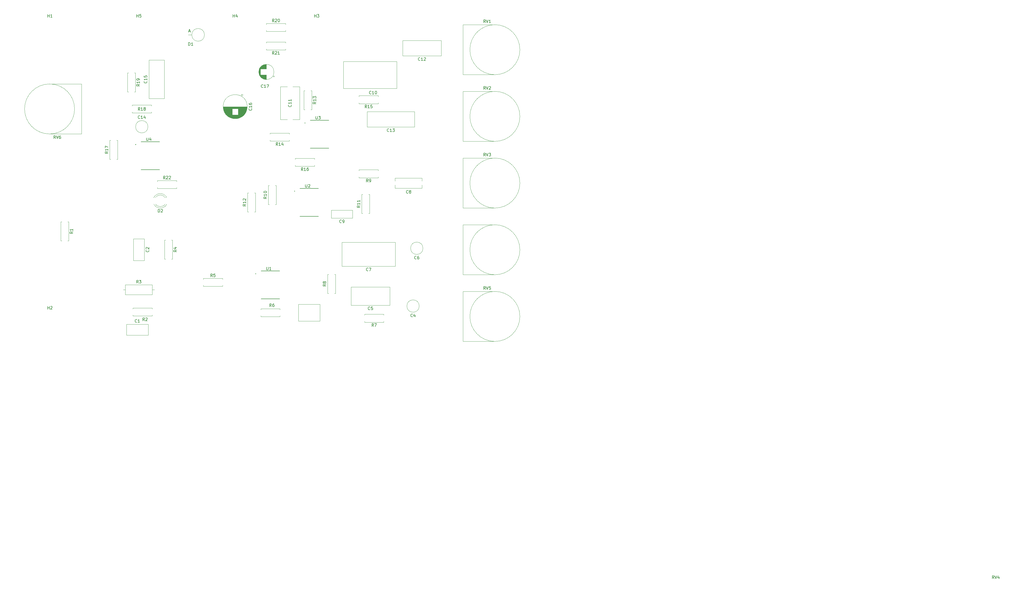
<source format=gbr>
%TF.GenerationSoftware,KiCad,Pcbnew,8.0.3*%
%TF.CreationDate,2024-06-14T23:05:29-04:00*%
%TF.ProjectId,eq,65712e6b-6963-4616-945f-706362585858,rev?*%
%TF.SameCoordinates,Original*%
%TF.FileFunction,Legend,Top*%
%TF.FilePolarity,Positive*%
%FSLAX46Y46*%
G04 Gerber Fmt 4.6, Leading zero omitted, Abs format (unit mm)*
G04 Created by KiCad (PCBNEW 8.0.3) date 2024-06-14 23:05:29*
%MOMM*%
%LPD*%
G01*
G04 APERTURE LIST*
%ADD10C,0.150000*%
%ADD11C,0.120000*%
%ADD12C,0.127000*%
%ADD13C,0.200000*%
G04 APERTURE END LIST*
D10*
X146677142Y-55529819D02*
X146343809Y-55053628D01*
X146105714Y-55529819D02*
X146105714Y-54529819D01*
X146105714Y-54529819D02*
X146486666Y-54529819D01*
X146486666Y-54529819D02*
X146581904Y-54577438D01*
X146581904Y-54577438D02*
X146629523Y-54625057D01*
X146629523Y-54625057D02*
X146677142Y-54720295D01*
X146677142Y-54720295D02*
X146677142Y-54863152D01*
X146677142Y-54863152D02*
X146629523Y-54958390D01*
X146629523Y-54958390D02*
X146581904Y-55006009D01*
X146581904Y-55006009D02*
X146486666Y-55053628D01*
X146486666Y-55053628D02*
X146105714Y-55053628D01*
X147629523Y-55529819D02*
X147058095Y-55529819D01*
X147343809Y-55529819D02*
X147343809Y-54529819D01*
X147343809Y-54529819D02*
X147248571Y-54672676D01*
X147248571Y-54672676D02*
X147153333Y-54767914D01*
X147153333Y-54767914D02*
X147058095Y-54815533D01*
X148534285Y-54529819D02*
X148058095Y-54529819D01*
X148058095Y-54529819D02*
X148010476Y-55006009D01*
X148010476Y-55006009D02*
X148058095Y-54958390D01*
X148058095Y-54958390D02*
X148153333Y-54910771D01*
X148153333Y-54910771D02*
X148391428Y-54910771D01*
X148391428Y-54910771D02*
X148486666Y-54958390D01*
X148486666Y-54958390D02*
X148534285Y-55006009D01*
X148534285Y-55006009D02*
X148581904Y-55101247D01*
X148581904Y-55101247D02*
X148581904Y-55339342D01*
X148581904Y-55339342D02*
X148534285Y-55434580D01*
X148534285Y-55434580D02*
X148486666Y-55482200D01*
X148486666Y-55482200D02*
X148391428Y-55529819D01*
X148391428Y-55529819D02*
X148153333Y-55529819D01*
X148153333Y-55529819D02*
X148058095Y-55482200D01*
X148058095Y-55482200D02*
X148010476Y-55434580D01*
X361679761Y-216894819D02*
X361346428Y-216418628D01*
X361108333Y-216894819D02*
X361108333Y-215894819D01*
X361108333Y-215894819D02*
X361489285Y-215894819D01*
X361489285Y-215894819D02*
X361584523Y-215942438D01*
X361584523Y-215942438D02*
X361632142Y-215990057D01*
X361632142Y-215990057D02*
X361679761Y-216085295D01*
X361679761Y-216085295D02*
X361679761Y-216228152D01*
X361679761Y-216228152D02*
X361632142Y-216323390D01*
X361632142Y-216323390D02*
X361584523Y-216371009D01*
X361584523Y-216371009D02*
X361489285Y-216418628D01*
X361489285Y-216418628D02*
X361108333Y-216418628D01*
X361965476Y-215894819D02*
X362298809Y-216894819D01*
X362298809Y-216894819D02*
X362632142Y-215894819D01*
X363394047Y-216228152D02*
X363394047Y-216894819D01*
X363155952Y-215847200D02*
X362917857Y-216561485D01*
X362917857Y-216561485D02*
X363536904Y-216561485D01*
X187379761Y-117754819D02*
X187046428Y-117278628D01*
X186808333Y-117754819D02*
X186808333Y-116754819D01*
X186808333Y-116754819D02*
X187189285Y-116754819D01*
X187189285Y-116754819D02*
X187284523Y-116802438D01*
X187284523Y-116802438D02*
X187332142Y-116850057D01*
X187332142Y-116850057D02*
X187379761Y-116945295D01*
X187379761Y-116945295D02*
X187379761Y-117088152D01*
X187379761Y-117088152D02*
X187332142Y-117183390D01*
X187332142Y-117183390D02*
X187284523Y-117231009D01*
X187284523Y-117231009D02*
X187189285Y-117278628D01*
X187189285Y-117278628D02*
X186808333Y-117278628D01*
X187665476Y-116754819D02*
X187998809Y-117754819D01*
X187998809Y-117754819D02*
X188332142Y-116754819D01*
X189141666Y-116754819D02*
X188665476Y-116754819D01*
X188665476Y-116754819D02*
X188617857Y-117231009D01*
X188617857Y-117231009D02*
X188665476Y-117183390D01*
X188665476Y-117183390D02*
X188760714Y-117135771D01*
X188760714Y-117135771D02*
X188998809Y-117135771D01*
X188998809Y-117135771D02*
X189094047Y-117183390D01*
X189094047Y-117183390D02*
X189141666Y-117231009D01*
X189141666Y-117231009D02*
X189189285Y-117326247D01*
X189189285Y-117326247D02*
X189189285Y-117564342D01*
X189189285Y-117564342D02*
X189141666Y-117659580D01*
X189141666Y-117659580D02*
X189094047Y-117707200D01*
X189094047Y-117707200D02*
X188998809Y-117754819D01*
X188998809Y-117754819D02*
X188760714Y-117754819D01*
X188760714Y-117754819D02*
X188665476Y-117707200D01*
X188665476Y-117707200D02*
X188617857Y-117659580D01*
X46004819Y-97956666D02*
X45528628Y-98289999D01*
X46004819Y-98528094D02*
X45004819Y-98528094D01*
X45004819Y-98528094D02*
X45004819Y-98147142D01*
X45004819Y-98147142D02*
X45052438Y-98051904D01*
X45052438Y-98051904D02*
X45100057Y-98004285D01*
X45100057Y-98004285D02*
X45195295Y-97956666D01*
X45195295Y-97956666D02*
X45338152Y-97956666D01*
X45338152Y-97956666D02*
X45433390Y-98004285D01*
X45433390Y-98004285D02*
X45481009Y-98051904D01*
X45481009Y-98051904D02*
X45528628Y-98147142D01*
X45528628Y-98147142D02*
X45528628Y-98528094D01*
X46004819Y-97004285D02*
X46004819Y-97575713D01*
X46004819Y-97289999D02*
X45004819Y-97289999D01*
X45004819Y-97289999D02*
X45147676Y-97385237D01*
X45147676Y-97385237D02*
X45242914Y-97480475D01*
X45242914Y-97480475D02*
X45290533Y-97575713D01*
X105272819Y-88526857D02*
X104796628Y-88860190D01*
X105272819Y-89098285D02*
X104272819Y-89098285D01*
X104272819Y-89098285D02*
X104272819Y-88717333D01*
X104272819Y-88717333D02*
X104320438Y-88622095D01*
X104320438Y-88622095D02*
X104368057Y-88574476D01*
X104368057Y-88574476D02*
X104463295Y-88526857D01*
X104463295Y-88526857D02*
X104606152Y-88526857D01*
X104606152Y-88526857D02*
X104701390Y-88574476D01*
X104701390Y-88574476D02*
X104749009Y-88622095D01*
X104749009Y-88622095D02*
X104796628Y-88717333D01*
X104796628Y-88717333D02*
X104796628Y-89098285D01*
X105272819Y-87574476D02*
X105272819Y-88145904D01*
X105272819Y-87860190D02*
X104272819Y-87860190D01*
X104272819Y-87860190D02*
X104415676Y-87955428D01*
X104415676Y-87955428D02*
X104510914Y-88050666D01*
X104510914Y-88050666D02*
X104558533Y-88145904D01*
X104368057Y-87193523D02*
X104320438Y-87145904D01*
X104320438Y-87145904D02*
X104272819Y-87050666D01*
X104272819Y-87050666D02*
X104272819Y-86812571D01*
X104272819Y-86812571D02*
X104320438Y-86717333D01*
X104320438Y-86717333D02*
X104368057Y-86669714D01*
X104368057Y-86669714D02*
X104463295Y-86622095D01*
X104463295Y-86622095D02*
X104558533Y-86622095D01*
X104558533Y-86622095D02*
X104701390Y-86669714D01*
X104701390Y-86669714D02*
X105272819Y-87241142D01*
X105272819Y-87241142D02*
X105272819Y-86622095D01*
X68953142Y-56334819D02*
X68619809Y-55858628D01*
X68381714Y-56334819D02*
X68381714Y-55334819D01*
X68381714Y-55334819D02*
X68762666Y-55334819D01*
X68762666Y-55334819D02*
X68857904Y-55382438D01*
X68857904Y-55382438D02*
X68905523Y-55430057D01*
X68905523Y-55430057D02*
X68953142Y-55525295D01*
X68953142Y-55525295D02*
X68953142Y-55668152D01*
X68953142Y-55668152D02*
X68905523Y-55763390D01*
X68905523Y-55763390D02*
X68857904Y-55811009D01*
X68857904Y-55811009D02*
X68762666Y-55858628D01*
X68762666Y-55858628D02*
X68381714Y-55858628D01*
X69905523Y-56334819D02*
X69334095Y-56334819D01*
X69619809Y-56334819D02*
X69619809Y-55334819D01*
X69619809Y-55334819D02*
X69524571Y-55477676D01*
X69524571Y-55477676D02*
X69429333Y-55572914D01*
X69429333Y-55572914D02*
X69334095Y-55620533D01*
X70476952Y-55763390D02*
X70381714Y-55715771D01*
X70381714Y-55715771D02*
X70334095Y-55668152D01*
X70334095Y-55668152D02*
X70286476Y-55572914D01*
X70286476Y-55572914D02*
X70286476Y-55525295D01*
X70286476Y-55525295D02*
X70334095Y-55430057D01*
X70334095Y-55430057D02*
X70381714Y-55382438D01*
X70381714Y-55382438D02*
X70476952Y-55334819D01*
X70476952Y-55334819D02*
X70667428Y-55334819D01*
X70667428Y-55334819D02*
X70762666Y-55382438D01*
X70762666Y-55382438D02*
X70810285Y-55430057D01*
X70810285Y-55430057D02*
X70857904Y-55525295D01*
X70857904Y-55525295D02*
X70857904Y-55572914D01*
X70857904Y-55572914D02*
X70810285Y-55668152D01*
X70810285Y-55668152D02*
X70762666Y-55715771D01*
X70762666Y-55715771D02*
X70667428Y-55763390D01*
X70667428Y-55763390D02*
X70476952Y-55763390D01*
X70476952Y-55763390D02*
X70381714Y-55811009D01*
X70381714Y-55811009D02*
X70334095Y-55858628D01*
X70334095Y-55858628D02*
X70286476Y-55953866D01*
X70286476Y-55953866D02*
X70286476Y-56144342D01*
X70286476Y-56144342D02*
X70334095Y-56239580D01*
X70334095Y-56239580D02*
X70381714Y-56287200D01*
X70381714Y-56287200D02*
X70476952Y-56334819D01*
X70476952Y-56334819D02*
X70667428Y-56334819D01*
X70667428Y-56334819D02*
X70762666Y-56287200D01*
X70762666Y-56287200D02*
X70810285Y-56239580D01*
X70810285Y-56239580D02*
X70857904Y-56144342D01*
X70857904Y-56144342D02*
X70857904Y-55953866D01*
X70857904Y-55953866D02*
X70810285Y-55858628D01*
X70810285Y-55858628D02*
X70762666Y-55811009D01*
X70762666Y-55811009D02*
X70667428Y-55763390D01*
X128778095Y-24434819D02*
X128778095Y-23434819D01*
X128778095Y-23911009D02*
X129349523Y-23911009D01*
X129349523Y-24434819D02*
X129349523Y-23434819D01*
X129730476Y-23434819D02*
X130349523Y-23434819D01*
X130349523Y-23434819D02*
X130016190Y-23815771D01*
X130016190Y-23815771D02*
X130159047Y-23815771D01*
X130159047Y-23815771D02*
X130254285Y-23863390D01*
X130254285Y-23863390D02*
X130301904Y-23911009D01*
X130301904Y-23911009D02*
X130349523Y-24006247D01*
X130349523Y-24006247D02*
X130349523Y-24244342D01*
X130349523Y-24244342D02*
X130301904Y-24339580D01*
X130301904Y-24339580D02*
X130254285Y-24387200D01*
X130254285Y-24387200D02*
X130159047Y-24434819D01*
X130159047Y-24434819D02*
X129873333Y-24434819D01*
X129873333Y-24434819D02*
X129778095Y-24387200D01*
X129778095Y-24387200D02*
X129730476Y-24339580D01*
X132704819Y-115990666D02*
X132228628Y-116323999D01*
X132704819Y-116562094D02*
X131704819Y-116562094D01*
X131704819Y-116562094D02*
X131704819Y-116181142D01*
X131704819Y-116181142D02*
X131752438Y-116085904D01*
X131752438Y-116085904D02*
X131800057Y-116038285D01*
X131800057Y-116038285D02*
X131895295Y-115990666D01*
X131895295Y-115990666D02*
X132038152Y-115990666D01*
X132038152Y-115990666D02*
X132133390Y-116038285D01*
X132133390Y-116038285D02*
X132181009Y-116085904D01*
X132181009Y-116085904D02*
X132228628Y-116181142D01*
X132228628Y-116181142D02*
X132228628Y-116562094D01*
X132133390Y-115419237D02*
X132085771Y-115514475D01*
X132085771Y-115514475D02*
X132038152Y-115562094D01*
X132038152Y-115562094D02*
X131942914Y-115609713D01*
X131942914Y-115609713D02*
X131895295Y-115609713D01*
X131895295Y-115609713D02*
X131800057Y-115562094D01*
X131800057Y-115562094D02*
X131752438Y-115514475D01*
X131752438Y-115514475D02*
X131704819Y-115419237D01*
X131704819Y-115419237D02*
X131704819Y-115228761D01*
X131704819Y-115228761D02*
X131752438Y-115133523D01*
X131752438Y-115133523D02*
X131800057Y-115085904D01*
X131800057Y-115085904D02*
X131895295Y-115038285D01*
X131895295Y-115038285D02*
X131942914Y-115038285D01*
X131942914Y-115038285D02*
X132038152Y-115085904D01*
X132038152Y-115085904D02*
X132085771Y-115133523D01*
X132085771Y-115133523D02*
X132133390Y-115228761D01*
X132133390Y-115228761D02*
X132133390Y-115419237D01*
X132133390Y-115419237D02*
X132181009Y-115514475D01*
X132181009Y-115514475D02*
X132228628Y-115562094D01*
X132228628Y-115562094D02*
X132323866Y-115609713D01*
X132323866Y-115609713D02*
X132514342Y-115609713D01*
X132514342Y-115609713D02*
X132609580Y-115562094D01*
X132609580Y-115562094D02*
X132657200Y-115514475D01*
X132657200Y-115514475D02*
X132704819Y-115419237D01*
X132704819Y-115419237D02*
X132704819Y-115228761D01*
X132704819Y-115228761D02*
X132657200Y-115133523D01*
X132657200Y-115133523D02*
X132609580Y-115085904D01*
X132609580Y-115085904D02*
X132514342Y-115038285D01*
X132514342Y-115038285D02*
X132323866Y-115038285D01*
X132323866Y-115038285D02*
X132228628Y-115085904D01*
X132228628Y-115085904D02*
X132181009Y-115133523D01*
X132181009Y-115133523D02*
X132133390Y-115228761D01*
X81564819Y-104226666D02*
X81088628Y-104559999D01*
X81564819Y-104798094D02*
X80564819Y-104798094D01*
X80564819Y-104798094D02*
X80564819Y-104417142D01*
X80564819Y-104417142D02*
X80612438Y-104321904D01*
X80612438Y-104321904D02*
X80660057Y-104274285D01*
X80660057Y-104274285D02*
X80755295Y-104226666D01*
X80755295Y-104226666D02*
X80898152Y-104226666D01*
X80898152Y-104226666D02*
X80993390Y-104274285D01*
X80993390Y-104274285D02*
X81041009Y-104321904D01*
X81041009Y-104321904D02*
X81088628Y-104417142D01*
X81088628Y-104417142D02*
X81088628Y-104798094D01*
X80898152Y-103369523D02*
X81564819Y-103369523D01*
X80517200Y-103607618D02*
X81231485Y-103845713D01*
X81231485Y-103845713D02*
X81231485Y-103226666D01*
X68413333Y-115590819D02*
X68080000Y-115114628D01*
X67841905Y-115590819D02*
X67841905Y-114590819D01*
X67841905Y-114590819D02*
X68222857Y-114590819D01*
X68222857Y-114590819D02*
X68318095Y-114638438D01*
X68318095Y-114638438D02*
X68365714Y-114686057D01*
X68365714Y-114686057D02*
X68413333Y-114781295D01*
X68413333Y-114781295D02*
X68413333Y-114924152D01*
X68413333Y-114924152D02*
X68365714Y-115019390D01*
X68365714Y-115019390D02*
X68318095Y-115067009D01*
X68318095Y-115067009D02*
X68222857Y-115114628D01*
X68222857Y-115114628D02*
X67841905Y-115114628D01*
X68746667Y-114590819D02*
X69365714Y-114590819D01*
X69365714Y-114590819D02*
X69032381Y-114971771D01*
X69032381Y-114971771D02*
X69175238Y-114971771D01*
X69175238Y-114971771D02*
X69270476Y-115019390D01*
X69270476Y-115019390D02*
X69318095Y-115067009D01*
X69318095Y-115067009D02*
X69365714Y-115162247D01*
X69365714Y-115162247D02*
X69365714Y-115400342D01*
X69365714Y-115400342D02*
X69318095Y-115495580D01*
X69318095Y-115495580D02*
X69270476Y-115543200D01*
X69270476Y-115543200D02*
X69175238Y-115590819D01*
X69175238Y-115590819D02*
X68889524Y-115590819D01*
X68889524Y-115590819D02*
X68794286Y-115543200D01*
X68794286Y-115543200D02*
X68746667Y-115495580D01*
X148201142Y-50651580D02*
X148153523Y-50699200D01*
X148153523Y-50699200D02*
X148010666Y-50746819D01*
X148010666Y-50746819D02*
X147915428Y-50746819D01*
X147915428Y-50746819D02*
X147772571Y-50699200D01*
X147772571Y-50699200D02*
X147677333Y-50603961D01*
X147677333Y-50603961D02*
X147629714Y-50508723D01*
X147629714Y-50508723D02*
X147582095Y-50318247D01*
X147582095Y-50318247D02*
X147582095Y-50175390D01*
X147582095Y-50175390D02*
X147629714Y-49984914D01*
X147629714Y-49984914D02*
X147677333Y-49889676D01*
X147677333Y-49889676D02*
X147772571Y-49794438D01*
X147772571Y-49794438D02*
X147915428Y-49746819D01*
X147915428Y-49746819D02*
X148010666Y-49746819D01*
X148010666Y-49746819D02*
X148153523Y-49794438D01*
X148153523Y-49794438D02*
X148201142Y-49842057D01*
X149153523Y-50746819D02*
X148582095Y-50746819D01*
X148867809Y-50746819D02*
X148867809Y-49746819D01*
X148867809Y-49746819D02*
X148772571Y-49889676D01*
X148772571Y-49889676D02*
X148677333Y-49984914D01*
X148677333Y-49984914D02*
X148582095Y-50032533D01*
X149772571Y-49746819D02*
X149867809Y-49746819D01*
X149867809Y-49746819D02*
X149963047Y-49794438D01*
X149963047Y-49794438D02*
X150010666Y-49842057D01*
X150010666Y-49842057D02*
X150058285Y-49937295D01*
X150058285Y-49937295D02*
X150105904Y-50127771D01*
X150105904Y-50127771D02*
X150105904Y-50365866D01*
X150105904Y-50365866D02*
X150058285Y-50556342D01*
X150058285Y-50556342D02*
X150010666Y-50651580D01*
X150010666Y-50651580D02*
X149963047Y-50699200D01*
X149963047Y-50699200D02*
X149867809Y-50746819D01*
X149867809Y-50746819D02*
X149772571Y-50746819D01*
X149772571Y-50746819D02*
X149677333Y-50699200D01*
X149677333Y-50699200D02*
X149629714Y-50651580D01*
X149629714Y-50651580D02*
X149582095Y-50556342D01*
X149582095Y-50556342D02*
X149534476Y-50365866D01*
X149534476Y-50365866D02*
X149534476Y-50127771D01*
X149534476Y-50127771D02*
X149582095Y-49937295D01*
X149582095Y-49937295D02*
X149629714Y-49842057D01*
X149629714Y-49842057D02*
X149677333Y-49794438D01*
X149677333Y-49794438D02*
X149772571Y-49746819D01*
X107209580Y-55732857D02*
X107257200Y-55780476D01*
X107257200Y-55780476D02*
X107304819Y-55923333D01*
X107304819Y-55923333D02*
X107304819Y-56018571D01*
X107304819Y-56018571D02*
X107257200Y-56161428D01*
X107257200Y-56161428D02*
X107161961Y-56256666D01*
X107161961Y-56256666D02*
X107066723Y-56304285D01*
X107066723Y-56304285D02*
X106876247Y-56351904D01*
X106876247Y-56351904D02*
X106733390Y-56351904D01*
X106733390Y-56351904D02*
X106542914Y-56304285D01*
X106542914Y-56304285D02*
X106447676Y-56256666D01*
X106447676Y-56256666D02*
X106352438Y-56161428D01*
X106352438Y-56161428D02*
X106304819Y-56018571D01*
X106304819Y-56018571D02*
X106304819Y-55923333D01*
X106304819Y-55923333D02*
X106352438Y-55780476D01*
X106352438Y-55780476D02*
X106400057Y-55732857D01*
X107304819Y-54780476D02*
X107304819Y-55351904D01*
X107304819Y-55066190D02*
X106304819Y-55066190D01*
X106304819Y-55066190D02*
X106447676Y-55161428D01*
X106447676Y-55161428D02*
X106542914Y-55256666D01*
X106542914Y-55256666D02*
X106590533Y-55351904D01*
X106304819Y-53923333D02*
X106304819Y-54113809D01*
X106304819Y-54113809D02*
X106352438Y-54209047D01*
X106352438Y-54209047D02*
X106400057Y-54256666D01*
X106400057Y-54256666D02*
X106542914Y-54351904D01*
X106542914Y-54351904D02*
X106733390Y-54399523D01*
X106733390Y-54399523D02*
X107114342Y-54399523D01*
X107114342Y-54399523D02*
X107209580Y-54351904D01*
X107209580Y-54351904D02*
X107257200Y-54304285D01*
X107257200Y-54304285D02*
X107304819Y-54209047D01*
X107304819Y-54209047D02*
X107304819Y-54018571D01*
X107304819Y-54018571D02*
X107257200Y-53923333D01*
X107257200Y-53923333D02*
X107209580Y-53875714D01*
X107209580Y-53875714D02*
X107114342Y-53828095D01*
X107114342Y-53828095D02*
X106876247Y-53828095D01*
X106876247Y-53828095D02*
X106781009Y-53875714D01*
X106781009Y-53875714D02*
X106733390Y-53923333D01*
X106733390Y-53923333D02*
X106685771Y-54018571D01*
X106685771Y-54018571D02*
X106685771Y-54209047D01*
X106685771Y-54209047D02*
X106733390Y-54304285D01*
X106733390Y-54304285D02*
X106781009Y-54351904D01*
X106781009Y-54351904D02*
X106876247Y-54399523D01*
X129316819Y-53474857D02*
X128840628Y-53808190D01*
X129316819Y-54046285D02*
X128316819Y-54046285D01*
X128316819Y-54046285D02*
X128316819Y-53665333D01*
X128316819Y-53665333D02*
X128364438Y-53570095D01*
X128364438Y-53570095D02*
X128412057Y-53522476D01*
X128412057Y-53522476D02*
X128507295Y-53474857D01*
X128507295Y-53474857D02*
X128650152Y-53474857D01*
X128650152Y-53474857D02*
X128745390Y-53522476D01*
X128745390Y-53522476D02*
X128793009Y-53570095D01*
X128793009Y-53570095D02*
X128840628Y-53665333D01*
X128840628Y-53665333D02*
X128840628Y-54046285D01*
X129316819Y-52522476D02*
X129316819Y-53093904D01*
X129316819Y-52808190D02*
X128316819Y-52808190D01*
X128316819Y-52808190D02*
X128459676Y-52903428D01*
X128459676Y-52903428D02*
X128554914Y-52998666D01*
X128554914Y-52998666D02*
X128602533Y-53093904D01*
X128316819Y-52189142D02*
X128316819Y-51570095D01*
X128316819Y-51570095D02*
X128697771Y-51903428D01*
X128697771Y-51903428D02*
X128697771Y-51760571D01*
X128697771Y-51760571D02*
X128745390Y-51665333D01*
X128745390Y-51665333D02*
X128793009Y-51617714D01*
X128793009Y-51617714D02*
X128888247Y-51570095D01*
X128888247Y-51570095D02*
X129126342Y-51570095D01*
X129126342Y-51570095D02*
X129221580Y-51617714D01*
X129221580Y-51617714D02*
X129269200Y-51665333D01*
X129269200Y-51665333D02*
X129316819Y-51760571D01*
X129316819Y-51760571D02*
X129316819Y-52046285D01*
X129316819Y-52046285D02*
X129269200Y-52141523D01*
X129269200Y-52141523D02*
X129221580Y-52189142D01*
X187379761Y-49174819D02*
X187046428Y-48698628D01*
X186808333Y-49174819D02*
X186808333Y-48174819D01*
X186808333Y-48174819D02*
X187189285Y-48174819D01*
X187189285Y-48174819D02*
X187284523Y-48222438D01*
X187284523Y-48222438D02*
X187332142Y-48270057D01*
X187332142Y-48270057D02*
X187379761Y-48365295D01*
X187379761Y-48365295D02*
X187379761Y-48508152D01*
X187379761Y-48508152D02*
X187332142Y-48603390D01*
X187332142Y-48603390D02*
X187284523Y-48651009D01*
X187284523Y-48651009D02*
X187189285Y-48698628D01*
X187189285Y-48698628D02*
X186808333Y-48698628D01*
X187665476Y-48174819D02*
X187998809Y-49174819D01*
X187998809Y-49174819D02*
X188332142Y-48174819D01*
X188617857Y-48270057D02*
X188665476Y-48222438D01*
X188665476Y-48222438D02*
X188760714Y-48174819D01*
X188760714Y-48174819D02*
X188998809Y-48174819D01*
X188998809Y-48174819D02*
X189094047Y-48222438D01*
X189094047Y-48222438D02*
X189141666Y-48270057D01*
X189141666Y-48270057D02*
X189189285Y-48365295D01*
X189189285Y-48365295D02*
X189189285Y-48460533D01*
X189189285Y-48460533D02*
X189141666Y-48603390D01*
X189141666Y-48603390D02*
X188570238Y-49174819D01*
X188570238Y-49174819D02*
X189189285Y-49174819D01*
X93813333Y-113400819D02*
X93480000Y-112924628D01*
X93241905Y-113400819D02*
X93241905Y-112400819D01*
X93241905Y-112400819D02*
X93622857Y-112400819D01*
X93622857Y-112400819D02*
X93718095Y-112448438D01*
X93718095Y-112448438D02*
X93765714Y-112496057D01*
X93765714Y-112496057D02*
X93813333Y-112591295D01*
X93813333Y-112591295D02*
X93813333Y-112734152D01*
X93813333Y-112734152D02*
X93765714Y-112829390D01*
X93765714Y-112829390D02*
X93718095Y-112877009D01*
X93718095Y-112877009D02*
X93622857Y-112924628D01*
X93622857Y-112924628D02*
X93241905Y-112924628D01*
X94718095Y-112400819D02*
X94241905Y-112400819D01*
X94241905Y-112400819D02*
X94194286Y-112877009D01*
X94194286Y-112877009D02*
X94241905Y-112829390D01*
X94241905Y-112829390D02*
X94337143Y-112781771D01*
X94337143Y-112781771D02*
X94575238Y-112781771D01*
X94575238Y-112781771D02*
X94670476Y-112829390D01*
X94670476Y-112829390D02*
X94718095Y-112877009D01*
X94718095Y-112877009D02*
X94765714Y-112972247D01*
X94765714Y-112972247D02*
X94765714Y-113210342D01*
X94765714Y-113210342D02*
X94718095Y-113305580D01*
X94718095Y-113305580D02*
X94670476Y-113353200D01*
X94670476Y-113353200D02*
X94575238Y-113400819D01*
X94575238Y-113400819D02*
X94337143Y-113400819D01*
X94337143Y-113400819D02*
X94241905Y-113353200D01*
X94241905Y-113353200D02*
X94194286Y-113305580D01*
X149058333Y-130459819D02*
X148725000Y-129983628D01*
X148486905Y-130459819D02*
X148486905Y-129459819D01*
X148486905Y-129459819D02*
X148867857Y-129459819D01*
X148867857Y-129459819D02*
X148963095Y-129507438D01*
X148963095Y-129507438D02*
X149010714Y-129555057D01*
X149010714Y-129555057D02*
X149058333Y-129650295D01*
X149058333Y-129650295D02*
X149058333Y-129793152D01*
X149058333Y-129793152D02*
X149010714Y-129888390D01*
X149010714Y-129888390D02*
X148963095Y-129936009D01*
X148963095Y-129936009D02*
X148867857Y-129983628D01*
X148867857Y-129983628D02*
X148486905Y-129983628D01*
X149391667Y-129459819D02*
X150058333Y-129459819D01*
X150058333Y-129459819D02*
X149629762Y-130459819D01*
X112338095Y-110052819D02*
X112338095Y-110862342D01*
X112338095Y-110862342D02*
X112385714Y-110957580D01*
X112385714Y-110957580D02*
X112433333Y-111005200D01*
X112433333Y-111005200D02*
X112528571Y-111052819D01*
X112528571Y-111052819D02*
X112719047Y-111052819D01*
X112719047Y-111052819D02*
X112814285Y-111005200D01*
X112814285Y-111005200D02*
X112861904Y-110957580D01*
X112861904Y-110957580D02*
X112909523Y-110862342D01*
X112909523Y-110862342D02*
X112909523Y-110052819D01*
X113909523Y-111052819D02*
X113338095Y-111052819D01*
X113623809Y-111052819D02*
X113623809Y-110052819D01*
X113623809Y-110052819D02*
X113528571Y-110195676D01*
X113528571Y-110195676D02*
X113433333Y-110290914D01*
X113433333Y-110290914D02*
X113338095Y-110338533D01*
X114006333Y-123644819D02*
X113673000Y-123168628D01*
X113434905Y-123644819D02*
X113434905Y-122644819D01*
X113434905Y-122644819D02*
X113815857Y-122644819D01*
X113815857Y-122644819D02*
X113911095Y-122692438D01*
X113911095Y-122692438D02*
X113958714Y-122740057D01*
X113958714Y-122740057D02*
X114006333Y-122835295D01*
X114006333Y-122835295D02*
X114006333Y-122978152D01*
X114006333Y-122978152D02*
X113958714Y-123073390D01*
X113958714Y-123073390D02*
X113911095Y-123121009D01*
X113911095Y-123121009D02*
X113815857Y-123168628D01*
X113815857Y-123168628D02*
X113434905Y-123168628D01*
X114863476Y-122644819D02*
X114673000Y-122644819D01*
X114673000Y-122644819D02*
X114577762Y-122692438D01*
X114577762Y-122692438D02*
X114530143Y-122740057D01*
X114530143Y-122740057D02*
X114434905Y-122882914D01*
X114434905Y-122882914D02*
X114387286Y-123073390D01*
X114387286Y-123073390D02*
X114387286Y-123454342D01*
X114387286Y-123454342D02*
X114434905Y-123549580D01*
X114434905Y-123549580D02*
X114482524Y-123597200D01*
X114482524Y-123597200D02*
X114577762Y-123644819D01*
X114577762Y-123644819D02*
X114768238Y-123644819D01*
X114768238Y-123644819D02*
X114863476Y-123597200D01*
X114863476Y-123597200D02*
X114911095Y-123549580D01*
X114911095Y-123549580D02*
X114958714Y-123454342D01*
X114958714Y-123454342D02*
X114958714Y-123216247D01*
X114958714Y-123216247D02*
X114911095Y-123121009D01*
X114911095Y-123121009D02*
X114863476Y-123073390D01*
X114863476Y-123073390D02*
X114768238Y-123025771D01*
X114768238Y-123025771D02*
X114577762Y-123025771D01*
X114577762Y-123025771D02*
X114482524Y-123073390D01*
X114482524Y-123073390D02*
X114434905Y-123121009D01*
X114434905Y-123121009D02*
X114387286Y-123216247D01*
X58028819Y-70492857D02*
X57552628Y-70826190D01*
X58028819Y-71064285D02*
X57028819Y-71064285D01*
X57028819Y-71064285D02*
X57028819Y-70683333D01*
X57028819Y-70683333D02*
X57076438Y-70588095D01*
X57076438Y-70588095D02*
X57124057Y-70540476D01*
X57124057Y-70540476D02*
X57219295Y-70492857D01*
X57219295Y-70492857D02*
X57362152Y-70492857D01*
X57362152Y-70492857D02*
X57457390Y-70540476D01*
X57457390Y-70540476D02*
X57505009Y-70588095D01*
X57505009Y-70588095D02*
X57552628Y-70683333D01*
X57552628Y-70683333D02*
X57552628Y-71064285D01*
X58028819Y-69540476D02*
X58028819Y-70111904D01*
X58028819Y-69826190D02*
X57028819Y-69826190D01*
X57028819Y-69826190D02*
X57171676Y-69921428D01*
X57171676Y-69921428D02*
X57266914Y-70016666D01*
X57266914Y-70016666D02*
X57314533Y-70111904D01*
X57028819Y-69207142D02*
X57028819Y-68540476D01*
X57028819Y-68540476D02*
X58028819Y-68969047D01*
X71939580Y-104266666D02*
X71987200Y-104314285D01*
X71987200Y-104314285D02*
X72034819Y-104457142D01*
X72034819Y-104457142D02*
X72034819Y-104552380D01*
X72034819Y-104552380D02*
X71987200Y-104695237D01*
X71987200Y-104695237D02*
X71891961Y-104790475D01*
X71891961Y-104790475D02*
X71796723Y-104838094D01*
X71796723Y-104838094D02*
X71606247Y-104885713D01*
X71606247Y-104885713D02*
X71463390Y-104885713D01*
X71463390Y-104885713D02*
X71272914Y-104838094D01*
X71272914Y-104838094D02*
X71177676Y-104790475D01*
X71177676Y-104790475D02*
X71082438Y-104695237D01*
X71082438Y-104695237D02*
X71034819Y-104552380D01*
X71034819Y-104552380D02*
X71034819Y-104457142D01*
X71034819Y-104457142D02*
X71082438Y-104314285D01*
X71082438Y-104314285D02*
X71130057Y-104266666D01*
X71130057Y-103885713D02*
X71082438Y-103838094D01*
X71082438Y-103838094D02*
X71034819Y-103742856D01*
X71034819Y-103742856D02*
X71034819Y-103504761D01*
X71034819Y-103504761D02*
X71082438Y-103409523D01*
X71082438Y-103409523D02*
X71130057Y-103361904D01*
X71130057Y-103361904D02*
X71225295Y-103314285D01*
X71225295Y-103314285D02*
X71320533Y-103314285D01*
X71320533Y-103314285D02*
X71463390Y-103361904D01*
X71463390Y-103361904D02*
X72034819Y-103933332D01*
X72034819Y-103933332D02*
X72034819Y-103314285D01*
X71223095Y-65729819D02*
X71223095Y-66539342D01*
X71223095Y-66539342D02*
X71270714Y-66634580D01*
X71270714Y-66634580D02*
X71318333Y-66682200D01*
X71318333Y-66682200D02*
X71413571Y-66729819D01*
X71413571Y-66729819D02*
X71604047Y-66729819D01*
X71604047Y-66729819D02*
X71699285Y-66682200D01*
X71699285Y-66682200D02*
X71746904Y-66634580D01*
X71746904Y-66634580D02*
X71794523Y-66539342D01*
X71794523Y-66539342D02*
X71794523Y-65729819D01*
X72699285Y-66063152D02*
X72699285Y-66729819D01*
X72461190Y-65682200D02*
X72223095Y-66396485D01*
X72223095Y-66396485D02*
X72842142Y-66396485D01*
X160869333Y-84687580D02*
X160821714Y-84735200D01*
X160821714Y-84735200D02*
X160678857Y-84782819D01*
X160678857Y-84782819D02*
X160583619Y-84782819D01*
X160583619Y-84782819D02*
X160440762Y-84735200D01*
X160440762Y-84735200D02*
X160345524Y-84639961D01*
X160345524Y-84639961D02*
X160297905Y-84544723D01*
X160297905Y-84544723D02*
X160250286Y-84354247D01*
X160250286Y-84354247D02*
X160250286Y-84211390D01*
X160250286Y-84211390D02*
X160297905Y-84020914D01*
X160297905Y-84020914D02*
X160345524Y-83925676D01*
X160345524Y-83925676D02*
X160440762Y-83830438D01*
X160440762Y-83830438D02*
X160583619Y-83782819D01*
X160583619Y-83782819D02*
X160678857Y-83782819D01*
X160678857Y-83782819D02*
X160821714Y-83830438D01*
X160821714Y-83830438D02*
X160869333Y-83878057D01*
X161440762Y-84211390D02*
X161345524Y-84163771D01*
X161345524Y-84163771D02*
X161297905Y-84116152D01*
X161297905Y-84116152D02*
X161250286Y-84020914D01*
X161250286Y-84020914D02*
X161250286Y-83973295D01*
X161250286Y-83973295D02*
X161297905Y-83878057D01*
X161297905Y-83878057D02*
X161345524Y-83830438D01*
X161345524Y-83830438D02*
X161440762Y-83782819D01*
X161440762Y-83782819D02*
X161631238Y-83782819D01*
X161631238Y-83782819D02*
X161726476Y-83830438D01*
X161726476Y-83830438D02*
X161774095Y-83878057D01*
X161774095Y-83878057D02*
X161821714Y-83973295D01*
X161821714Y-83973295D02*
X161821714Y-84020914D01*
X161821714Y-84020914D02*
X161774095Y-84116152D01*
X161774095Y-84116152D02*
X161726476Y-84163771D01*
X161726476Y-84163771D02*
X161631238Y-84211390D01*
X161631238Y-84211390D02*
X161440762Y-84211390D01*
X161440762Y-84211390D02*
X161345524Y-84259009D01*
X161345524Y-84259009D02*
X161297905Y-84306628D01*
X161297905Y-84306628D02*
X161250286Y-84401866D01*
X161250286Y-84401866D02*
X161250286Y-84592342D01*
X161250286Y-84592342D02*
X161297905Y-84687580D01*
X161297905Y-84687580D02*
X161345524Y-84735200D01*
X161345524Y-84735200D02*
X161440762Y-84782819D01*
X161440762Y-84782819D02*
X161631238Y-84782819D01*
X161631238Y-84782819D02*
X161726476Y-84735200D01*
X161726476Y-84735200D02*
X161774095Y-84687580D01*
X161774095Y-84687580D02*
X161821714Y-84592342D01*
X161821714Y-84592342D02*
X161821714Y-84401866D01*
X161821714Y-84401866D02*
X161774095Y-84306628D01*
X161774095Y-84306628D02*
X161726476Y-84259009D01*
X161726476Y-84259009D02*
X161631238Y-84211390D01*
X147153333Y-80929819D02*
X146820000Y-80453628D01*
X146581905Y-80929819D02*
X146581905Y-79929819D01*
X146581905Y-79929819D02*
X146962857Y-79929819D01*
X146962857Y-79929819D02*
X147058095Y-79977438D01*
X147058095Y-79977438D02*
X147105714Y-80025057D01*
X147105714Y-80025057D02*
X147153333Y-80120295D01*
X147153333Y-80120295D02*
X147153333Y-80263152D01*
X147153333Y-80263152D02*
X147105714Y-80358390D01*
X147105714Y-80358390D02*
X147058095Y-80406009D01*
X147058095Y-80406009D02*
X146962857Y-80453628D01*
X146962857Y-80453628D02*
X146581905Y-80453628D01*
X147629524Y-80929819D02*
X147820000Y-80929819D01*
X147820000Y-80929819D02*
X147915238Y-80882200D01*
X147915238Y-80882200D02*
X147962857Y-80834580D01*
X147962857Y-80834580D02*
X148058095Y-80691723D01*
X148058095Y-80691723D02*
X148105714Y-80501247D01*
X148105714Y-80501247D02*
X148105714Y-80120295D01*
X148105714Y-80120295D02*
X148058095Y-80025057D01*
X148058095Y-80025057D02*
X148010476Y-79977438D01*
X148010476Y-79977438D02*
X147915238Y-79929819D01*
X147915238Y-79929819D02*
X147724762Y-79929819D01*
X147724762Y-79929819D02*
X147629524Y-79977438D01*
X147629524Y-79977438D02*
X147581905Y-80025057D01*
X147581905Y-80025057D02*
X147534286Y-80120295D01*
X147534286Y-80120295D02*
X147534286Y-80358390D01*
X147534286Y-80358390D02*
X147581905Y-80453628D01*
X147581905Y-80453628D02*
X147629524Y-80501247D01*
X147629524Y-80501247D02*
X147724762Y-80548866D01*
X147724762Y-80548866D02*
X147915238Y-80548866D01*
X147915238Y-80548866D02*
X148010476Y-80501247D01*
X148010476Y-80501247D02*
X148058095Y-80453628D01*
X148058095Y-80453628D02*
X148105714Y-80358390D01*
X124833142Y-76992819D02*
X124499809Y-76516628D01*
X124261714Y-76992819D02*
X124261714Y-75992819D01*
X124261714Y-75992819D02*
X124642666Y-75992819D01*
X124642666Y-75992819D02*
X124737904Y-76040438D01*
X124737904Y-76040438D02*
X124785523Y-76088057D01*
X124785523Y-76088057D02*
X124833142Y-76183295D01*
X124833142Y-76183295D02*
X124833142Y-76326152D01*
X124833142Y-76326152D02*
X124785523Y-76421390D01*
X124785523Y-76421390D02*
X124737904Y-76469009D01*
X124737904Y-76469009D02*
X124642666Y-76516628D01*
X124642666Y-76516628D02*
X124261714Y-76516628D01*
X125785523Y-76992819D02*
X125214095Y-76992819D01*
X125499809Y-76992819D02*
X125499809Y-75992819D01*
X125499809Y-75992819D02*
X125404571Y-76135676D01*
X125404571Y-76135676D02*
X125309333Y-76230914D01*
X125309333Y-76230914D02*
X125214095Y-76278533D01*
X126642666Y-75992819D02*
X126452190Y-75992819D01*
X126452190Y-75992819D02*
X126356952Y-76040438D01*
X126356952Y-76040438D02*
X126309333Y-76088057D01*
X126309333Y-76088057D02*
X126214095Y-76230914D01*
X126214095Y-76230914D02*
X126166476Y-76421390D01*
X126166476Y-76421390D02*
X126166476Y-76802342D01*
X126166476Y-76802342D02*
X126214095Y-76897580D01*
X126214095Y-76897580D02*
X126261714Y-76945200D01*
X126261714Y-76945200D02*
X126356952Y-76992819D01*
X126356952Y-76992819D02*
X126547428Y-76992819D01*
X126547428Y-76992819D02*
X126642666Y-76945200D01*
X126642666Y-76945200D02*
X126690285Y-76897580D01*
X126690285Y-76897580D02*
X126737904Y-76802342D01*
X126737904Y-76802342D02*
X126737904Y-76564247D01*
X126737904Y-76564247D02*
X126690285Y-76469009D01*
X126690285Y-76469009D02*
X126642666Y-76421390D01*
X126642666Y-76421390D02*
X126547428Y-76373771D01*
X126547428Y-76373771D02*
X126356952Y-76373771D01*
X126356952Y-76373771D02*
X126261714Y-76421390D01*
X126261714Y-76421390D02*
X126214095Y-76469009D01*
X126214095Y-76469009D02*
X126166476Y-76564247D01*
X68864819Y-47378857D02*
X68388628Y-47712190D01*
X68864819Y-47950285D02*
X67864819Y-47950285D01*
X67864819Y-47950285D02*
X67864819Y-47569333D01*
X67864819Y-47569333D02*
X67912438Y-47474095D01*
X67912438Y-47474095D02*
X67960057Y-47426476D01*
X67960057Y-47426476D02*
X68055295Y-47378857D01*
X68055295Y-47378857D02*
X68198152Y-47378857D01*
X68198152Y-47378857D02*
X68293390Y-47426476D01*
X68293390Y-47426476D02*
X68341009Y-47474095D01*
X68341009Y-47474095D02*
X68388628Y-47569333D01*
X68388628Y-47569333D02*
X68388628Y-47950285D01*
X68864819Y-46426476D02*
X68864819Y-46997904D01*
X68864819Y-46712190D02*
X67864819Y-46712190D01*
X67864819Y-46712190D02*
X68007676Y-46807428D01*
X68007676Y-46807428D02*
X68102914Y-46902666D01*
X68102914Y-46902666D02*
X68150533Y-46997904D01*
X68864819Y-45950285D02*
X68864819Y-45759809D01*
X68864819Y-45759809D02*
X68817200Y-45664571D01*
X68817200Y-45664571D02*
X68769580Y-45616952D01*
X68769580Y-45616952D02*
X68626723Y-45521714D01*
X68626723Y-45521714D02*
X68436247Y-45474095D01*
X68436247Y-45474095D02*
X68055295Y-45474095D01*
X68055295Y-45474095D02*
X67960057Y-45521714D01*
X67960057Y-45521714D02*
X67912438Y-45569333D01*
X67912438Y-45569333D02*
X67864819Y-45664571D01*
X67864819Y-45664571D02*
X67864819Y-45855047D01*
X67864819Y-45855047D02*
X67912438Y-45950285D01*
X67912438Y-45950285D02*
X67960057Y-45997904D01*
X67960057Y-45997904D02*
X68055295Y-46045523D01*
X68055295Y-46045523D02*
X68293390Y-46045523D01*
X68293390Y-46045523D02*
X68388628Y-45997904D01*
X68388628Y-45997904D02*
X68436247Y-45950285D01*
X68436247Y-45950285D02*
X68483866Y-45855047D01*
X68483866Y-45855047D02*
X68483866Y-45664571D01*
X68483866Y-45664571D02*
X68436247Y-45569333D01*
X68436247Y-45569333D02*
X68388628Y-45521714D01*
X68388628Y-45521714D02*
X68293390Y-45474095D01*
X163675333Y-107241580D02*
X163627714Y-107289200D01*
X163627714Y-107289200D02*
X163484857Y-107336819D01*
X163484857Y-107336819D02*
X163389619Y-107336819D01*
X163389619Y-107336819D02*
X163246762Y-107289200D01*
X163246762Y-107289200D02*
X163151524Y-107193961D01*
X163151524Y-107193961D02*
X163103905Y-107098723D01*
X163103905Y-107098723D02*
X163056286Y-106908247D01*
X163056286Y-106908247D02*
X163056286Y-106765390D01*
X163056286Y-106765390D02*
X163103905Y-106574914D01*
X163103905Y-106574914D02*
X163151524Y-106479676D01*
X163151524Y-106479676D02*
X163246762Y-106384438D01*
X163246762Y-106384438D02*
X163389619Y-106336819D01*
X163389619Y-106336819D02*
X163484857Y-106336819D01*
X163484857Y-106336819D02*
X163627714Y-106384438D01*
X163627714Y-106384438D02*
X163675333Y-106432057D01*
X164532476Y-106336819D02*
X164342000Y-106336819D01*
X164342000Y-106336819D02*
X164246762Y-106384438D01*
X164246762Y-106384438D02*
X164199143Y-106432057D01*
X164199143Y-106432057D02*
X164103905Y-106574914D01*
X164103905Y-106574914D02*
X164056286Y-106765390D01*
X164056286Y-106765390D02*
X164056286Y-107146342D01*
X164056286Y-107146342D02*
X164103905Y-107241580D01*
X164103905Y-107241580D02*
X164151524Y-107289200D01*
X164151524Y-107289200D02*
X164246762Y-107336819D01*
X164246762Y-107336819D02*
X164437238Y-107336819D01*
X164437238Y-107336819D02*
X164532476Y-107289200D01*
X164532476Y-107289200D02*
X164580095Y-107241580D01*
X164580095Y-107241580D02*
X164627714Y-107146342D01*
X164627714Y-107146342D02*
X164627714Y-106908247D01*
X164627714Y-106908247D02*
X164580095Y-106813009D01*
X164580095Y-106813009D02*
X164532476Y-106765390D01*
X164532476Y-106765390D02*
X164437238Y-106717771D01*
X164437238Y-106717771D02*
X164246762Y-106717771D01*
X164246762Y-106717771D02*
X164151524Y-106765390D01*
X164151524Y-106765390D02*
X164103905Y-106813009D01*
X164103905Y-106813009D02*
X164056286Y-106908247D01*
X37338095Y-24434819D02*
X37338095Y-23434819D01*
X37338095Y-23911009D02*
X37909523Y-23911009D01*
X37909523Y-24434819D02*
X37909523Y-23434819D01*
X38909523Y-24434819D02*
X38338095Y-24434819D01*
X38623809Y-24434819D02*
X38623809Y-23434819D01*
X38623809Y-23434819D02*
X38528571Y-23577676D01*
X38528571Y-23577676D02*
X38433333Y-23672914D01*
X38433333Y-23672914D02*
X38338095Y-23720533D01*
X77589142Y-79872819D02*
X77255809Y-79396628D01*
X77017714Y-79872819D02*
X77017714Y-78872819D01*
X77017714Y-78872819D02*
X77398666Y-78872819D01*
X77398666Y-78872819D02*
X77493904Y-78920438D01*
X77493904Y-78920438D02*
X77541523Y-78968057D01*
X77541523Y-78968057D02*
X77589142Y-79063295D01*
X77589142Y-79063295D02*
X77589142Y-79206152D01*
X77589142Y-79206152D02*
X77541523Y-79301390D01*
X77541523Y-79301390D02*
X77493904Y-79349009D01*
X77493904Y-79349009D02*
X77398666Y-79396628D01*
X77398666Y-79396628D02*
X77017714Y-79396628D01*
X77970095Y-78968057D02*
X78017714Y-78920438D01*
X78017714Y-78920438D02*
X78112952Y-78872819D01*
X78112952Y-78872819D02*
X78351047Y-78872819D01*
X78351047Y-78872819D02*
X78446285Y-78920438D01*
X78446285Y-78920438D02*
X78493904Y-78968057D01*
X78493904Y-78968057D02*
X78541523Y-79063295D01*
X78541523Y-79063295D02*
X78541523Y-79158533D01*
X78541523Y-79158533D02*
X78493904Y-79301390D01*
X78493904Y-79301390D02*
X77922476Y-79872819D01*
X77922476Y-79872819D02*
X78541523Y-79872819D01*
X78922476Y-78968057D02*
X78970095Y-78920438D01*
X78970095Y-78920438D02*
X79065333Y-78872819D01*
X79065333Y-78872819D02*
X79303428Y-78872819D01*
X79303428Y-78872819D02*
X79398666Y-78920438D01*
X79398666Y-78920438D02*
X79446285Y-78968057D01*
X79446285Y-78968057D02*
X79493904Y-79063295D01*
X79493904Y-79063295D02*
X79493904Y-79158533D01*
X79493904Y-79158533D02*
X79446285Y-79301390D01*
X79446285Y-79301390D02*
X78874857Y-79872819D01*
X78874857Y-79872819D02*
X79493904Y-79872819D01*
X37338095Y-124510819D02*
X37338095Y-123510819D01*
X37338095Y-123987009D02*
X37909523Y-123987009D01*
X37909523Y-124510819D02*
X37909523Y-123510819D01*
X38338095Y-123606057D02*
X38385714Y-123558438D01*
X38385714Y-123558438D02*
X38480952Y-123510819D01*
X38480952Y-123510819D02*
X38719047Y-123510819D01*
X38719047Y-123510819D02*
X38814285Y-123558438D01*
X38814285Y-123558438D02*
X38861904Y-123606057D01*
X38861904Y-123606057D02*
X38909523Y-123701295D01*
X38909523Y-123701295D02*
X38909523Y-123796533D01*
X38909523Y-123796533D02*
X38861904Y-123939390D01*
X38861904Y-123939390D02*
X38290476Y-124510819D01*
X38290476Y-124510819D02*
X38909523Y-124510819D01*
X68953142Y-59085580D02*
X68905523Y-59133200D01*
X68905523Y-59133200D02*
X68762666Y-59180819D01*
X68762666Y-59180819D02*
X68667428Y-59180819D01*
X68667428Y-59180819D02*
X68524571Y-59133200D01*
X68524571Y-59133200D02*
X68429333Y-59037961D01*
X68429333Y-59037961D02*
X68381714Y-58942723D01*
X68381714Y-58942723D02*
X68334095Y-58752247D01*
X68334095Y-58752247D02*
X68334095Y-58609390D01*
X68334095Y-58609390D02*
X68381714Y-58418914D01*
X68381714Y-58418914D02*
X68429333Y-58323676D01*
X68429333Y-58323676D02*
X68524571Y-58228438D01*
X68524571Y-58228438D02*
X68667428Y-58180819D01*
X68667428Y-58180819D02*
X68762666Y-58180819D01*
X68762666Y-58180819D02*
X68905523Y-58228438D01*
X68905523Y-58228438D02*
X68953142Y-58276057D01*
X69905523Y-59180819D02*
X69334095Y-59180819D01*
X69619809Y-59180819D02*
X69619809Y-58180819D01*
X69619809Y-58180819D02*
X69524571Y-58323676D01*
X69524571Y-58323676D02*
X69429333Y-58418914D01*
X69429333Y-58418914D02*
X69334095Y-58466533D01*
X70762666Y-58514152D02*
X70762666Y-59180819D01*
X70524571Y-58133200D02*
X70286476Y-58847485D01*
X70286476Y-58847485D02*
X70905523Y-58847485D01*
X120755580Y-54490857D02*
X120803200Y-54538476D01*
X120803200Y-54538476D02*
X120850819Y-54681333D01*
X120850819Y-54681333D02*
X120850819Y-54776571D01*
X120850819Y-54776571D02*
X120803200Y-54919428D01*
X120803200Y-54919428D02*
X120707961Y-55014666D01*
X120707961Y-55014666D02*
X120612723Y-55062285D01*
X120612723Y-55062285D02*
X120422247Y-55109904D01*
X120422247Y-55109904D02*
X120279390Y-55109904D01*
X120279390Y-55109904D02*
X120088914Y-55062285D01*
X120088914Y-55062285D02*
X119993676Y-55014666D01*
X119993676Y-55014666D02*
X119898438Y-54919428D01*
X119898438Y-54919428D02*
X119850819Y-54776571D01*
X119850819Y-54776571D02*
X119850819Y-54681333D01*
X119850819Y-54681333D02*
X119898438Y-54538476D01*
X119898438Y-54538476D02*
X119946057Y-54490857D01*
X120850819Y-53538476D02*
X120850819Y-54109904D01*
X120850819Y-53824190D02*
X119850819Y-53824190D01*
X119850819Y-53824190D02*
X119993676Y-53919428D01*
X119993676Y-53919428D02*
X120088914Y-54014666D01*
X120088914Y-54014666D02*
X120136533Y-54109904D01*
X120850819Y-52586095D02*
X120850819Y-53157523D01*
X120850819Y-52871809D02*
X119850819Y-52871809D01*
X119850819Y-52871809D02*
X119993676Y-52967047D01*
X119993676Y-52967047D02*
X120088914Y-53062285D01*
X120088914Y-53062285D02*
X120136533Y-53157523D01*
X71285580Y-46362857D02*
X71333200Y-46410476D01*
X71333200Y-46410476D02*
X71380819Y-46553333D01*
X71380819Y-46553333D02*
X71380819Y-46648571D01*
X71380819Y-46648571D02*
X71333200Y-46791428D01*
X71333200Y-46791428D02*
X71237961Y-46886666D01*
X71237961Y-46886666D02*
X71142723Y-46934285D01*
X71142723Y-46934285D02*
X70952247Y-46981904D01*
X70952247Y-46981904D02*
X70809390Y-46981904D01*
X70809390Y-46981904D02*
X70618914Y-46934285D01*
X70618914Y-46934285D02*
X70523676Y-46886666D01*
X70523676Y-46886666D02*
X70428438Y-46791428D01*
X70428438Y-46791428D02*
X70380819Y-46648571D01*
X70380819Y-46648571D02*
X70380819Y-46553333D01*
X70380819Y-46553333D02*
X70428438Y-46410476D01*
X70428438Y-46410476D02*
X70476057Y-46362857D01*
X71380819Y-45410476D02*
X71380819Y-45981904D01*
X71380819Y-45696190D02*
X70380819Y-45696190D01*
X70380819Y-45696190D02*
X70523676Y-45791428D01*
X70523676Y-45791428D02*
X70618914Y-45886666D01*
X70618914Y-45886666D02*
X70666533Y-45981904D01*
X70380819Y-44505714D02*
X70380819Y-44981904D01*
X70380819Y-44981904D02*
X70857009Y-45029523D01*
X70857009Y-45029523D02*
X70809390Y-44981904D01*
X70809390Y-44981904D02*
X70761771Y-44886666D01*
X70761771Y-44886666D02*
X70761771Y-44648571D01*
X70761771Y-44648571D02*
X70809390Y-44553333D01*
X70809390Y-44553333D02*
X70857009Y-44505714D01*
X70857009Y-44505714D02*
X70952247Y-44458095D01*
X70952247Y-44458095D02*
X71190342Y-44458095D01*
X71190342Y-44458095D02*
X71285580Y-44505714D01*
X71285580Y-44505714D02*
X71333200Y-44553333D01*
X71333200Y-44553333D02*
X71380819Y-44648571D01*
X71380819Y-44648571D02*
X71380819Y-44886666D01*
X71380819Y-44886666D02*
X71333200Y-44981904D01*
X71333200Y-44981904D02*
X71285580Y-45029523D01*
X147153333Y-111273580D02*
X147105714Y-111321200D01*
X147105714Y-111321200D02*
X146962857Y-111368819D01*
X146962857Y-111368819D02*
X146867619Y-111368819D01*
X146867619Y-111368819D02*
X146724762Y-111321200D01*
X146724762Y-111321200D02*
X146629524Y-111225961D01*
X146629524Y-111225961D02*
X146581905Y-111130723D01*
X146581905Y-111130723D02*
X146534286Y-110940247D01*
X146534286Y-110940247D02*
X146534286Y-110797390D01*
X146534286Y-110797390D02*
X146581905Y-110606914D01*
X146581905Y-110606914D02*
X146629524Y-110511676D01*
X146629524Y-110511676D02*
X146724762Y-110416438D01*
X146724762Y-110416438D02*
X146867619Y-110368819D01*
X146867619Y-110368819D02*
X146962857Y-110368819D01*
X146962857Y-110368819D02*
X147105714Y-110416438D01*
X147105714Y-110416438D02*
X147153333Y-110464057D01*
X147486667Y-110368819D02*
X148153333Y-110368819D01*
X148153333Y-110368819D02*
X147724762Y-111368819D01*
X129229095Y-58363819D02*
X129229095Y-59173342D01*
X129229095Y-59173342D02*
X129276714Y-59268580D01*
X129276714Y-59268580D02*
X129324333Y-59316200D01*
X129324333Y-59316200D02*
X129419571Y-59363819D01*
X129419571Y-59363819D02*
X129610047Y-59363819D01*
X129610047Y-59363819D02*
X129705285Y-59316200D01*
X129705285Y-59316200D02*
X129752904Y-59268580D01*
X129752904Y-59268580D02*
X129800523Y-59173342D01*
X129800523Y-59173342D02*
X129800523Y-58363819D01*
X130181476Y-58363819D02*
X130800523Y-58363819D01*
X130800523Y-58363819D02*
X130467190Y-58744771D01*
X130467190Y-58744771D02*
X130610047Y-58744771D01*
X130610047Y-58744771D02*
X130705285Y-58792390D01*
X130705285Y-58792390D02*
X130752904Y-58840009D01*
X130752904Y-58840009D02*
X130800523Y-58935247D01*
X130800523Y-58935247D02*
X130800523Y-59173342D01*
X130800523Y-59173342D02*
X130752904Y-59268580D01*
X130752904Y-59268580D02*
X130705285Y-59316200D01*
X130705285Y-59316200D02*
X130610047Y-59363819D01*
X130610047Y-59363819D02*
X130324333Y-59363819D01*
X130324333Y-59363819D02*
X130229095Y-59316200D01*
X130229095Y-59316200D02*
X130181476Y-59268580D01*
X187379761Y-26314819D02*
X187046428Y-25838628D01*
X186808333Y-26314819D02*
X186808333Y-25314819D01*
X186808333Y-25314819D02*
X187189285Y-25314819D01*
X187189285Y-25314819D02*
X187284523Y-25362438D01*
X187284523Y-25362438D02*
X187332142Y-25410057D01*
X187332142Y-25410057D02*
X187379761Y-25505295D01*
X187379761Y-25505295D02*
X187379761Y-25648152D01*
X187379761Y-25648152D02*
X187332142Y-25743390D01*
X187332142Y-25743390D02*
X187284523Y-25791009D01*
X187284523Y-25791009D02*
X187189285Y-25838628D01*
X187189285Y-25838628D02*
X186808333Y-25838628D01*
X187665476Y-25314819D02*
X187998809Y-26314819D01*
X187998809Y-26314819D02*
X188332142Y-25314819D01*
X189189285Y-26314819D02*
X188617857Y-26314819D01*
X188903571Y-26314819D02*
X188903571Y-25314819D01*
X188903571Y-25314819D02*
X188808333Y-25457676D01*
X188808333Y-25457676D02*
X188713095Y-25552914D01*
X188713095Y-25552914D02*
X188617857Y-25600533D01*
X70543333Y-128470819D02*
X70210000Y-127994628D01*
X69971905Y-128470819D02*
X69971905Y-127470819D01*
X69971905Y-127470819D02*
X70352857Y-127470819D01*
X70352857Y-127470819D02*
X70448095Y-127518438D01*
X70448095Y-127518438D02*
X70495714Y-127566057D01*
X70495714Y-127566057D02*
X70543333Y-127661295D01*
X70543333Y-127661295D02*
X70543333Y-127804152D01*
X70543333Y-127804152D02*
X70495714Y-127899390D01*
X70495714Y-127899390D02*
X70448095Y-127947009D01*
X70448095Y-127947009D02*
X70352857Y-127994628D01*
X70352857Y-127994628D02*
X69971905Y-127994628D01*
X70924286Y-127566057D02*
X70971905Y-127518438D01*
X70971905Y-127518438D02*
X71067143Y-127470819D01*
X71067143Y-127470819D02*
X71305238Y-127470819D01*
X71305238Y-127470819D02*
X71400476Y-127518438D01*
X71400476Y-127518438D02*
X71448095Y-127566057D01*
X71448095Y-127566057D02*
X71495714Y-127661295D01*
X71495714Y-127661295D02*
X71495714Y-127756533D01*
X71495714Y-127756533D02*
X71448095Y-127899390D01*
X71448095Y-127899390D02*
X70876667Y-128470819D01*
X70876667Y-128470819D02*
X71495714Y-128470819D01*
X116197142Y-68356819D02*
X115863809Y-67880628D01*
X115625714Y-68356819D02*
X115625714Y-67356819D01*
X115625714Y-67356819D02*
X116006666Y-67356819D01*
X116006666Y-67356819D02*
X116101904Y-67404438D01*
X116101904Y-67404438D02*
X116149523Y-67452057D01*
X116149523Y-67452057D02*
X116197142Y-67547295D01*
X116197142Y-67547295D02*
X116197142Y-67690152D01*
X116197142Y-67690152D02*
X116149523Y-67785390D01*
X116149523Y-67785390D02*
X116101904Y-67833009D01*
X116101904Y-67833009D02*
X116006666Y-67880628D01*
X116006666Y-67880628D02*
X115625714Y-67880628D01*
X117149523Y-68356819D02*
X116578095Y-68356819D01*
X116863809Y-68356819D02*
X116863809Y-67356819D01*
X116863809Y-67356819D02*
X116768571Y-67499676D01*
X116768571Y-67499676D02*
X116673333Y-67594914D01*
X116673333Y-67594914D02*
X116578095Y-67642533D01*
X118006666Y-67690152D02*
X118006666Y-68356819D01*
X117768571Y-67309200D02*
X117530476Y-68023485D01*
X117530476Y-68023485D02*
X118149523Y-68023485D01*
X100838095Y-24434819D02*
X100838095Y-23434819D01*
X100838095Y-23911009D02*
X101409523Y-23911009D01*
X101409523Y-24434819D02*
X101409523Y-23434819D01*
X102314285Y-23768152D02*
X102314285Y-24434819D01*
X102076190Y-23387200D02*
X101838095Y-24101485D01*
X101838095Y-24101485D02*
X102457142Y-24101485D01*
X112384819Y-85986857D02*
X111908628Y-86320190D01*
X112384819Y-86558285D02*
X111384819Y-86558285D01*
X111384819Y-86558285D02*
X111384819Y-86177333D01*
X111384819Y-86177333D02*
X111432438Y-86082095D01*
X111432438Y-86082095D02*
X111480057Y-86034476D01*
X111480057Y-86034476D02*
X111575295Y-85986857D01*
X111575295Y-85986857D02*
X111718152Y-85986857D01*
X111718152Y-85986857D02*
X111813390Y-86034476D01*
X111813390Y-86034476D02*
X111861009Y-86082095D01*
X111861009Y-86082095D02*
X111908628Y-86177333D01*
X111908628Y-86177333D02*
X111908628Y-86558285D01*
X112384819Y-85034476D02*
X112384819Y-85605904D01*
X112384819Y-85320190D02*
X111384819Y-85320190D01*
X111384819Y-85320190D02*
X111527676Y-85415428D01*
X111527676Y-85415428D02*
X111622914Y-85510666D01*
X111622914Y-85510666D02*
X111670533Y-85605904D01*
X111384819Y-84415428D02*
X111384819Y-84320190D01*
X111384819Y-84320190D02*
X111432438Y-84224952D01*
X111432438Y-84224952D02*
X111480057Y-84177333D01*
X111480057Y-84177333D02*
X111575295Y-84129714D01*
X111575295Y-84129714D02*
X111765771Y-84082095D01*
X111765771Y-84082095D02*
X112003866Y-84082095D01*
X112003866Y-84082095D02*
X112194342Y-84129714D01*
X112194342Y-84129714D02*
X112289580Y-84177333D01*
X112289580Y-84177333D02*
X112337200Y-84224952D01*
X112337200Y-84224952D02*
X112384819Y-84320190D01*
X112384819Y-84320190D02*
X112384819Y-84415428D01*
X112384819Y-84415428D02*
X112337200Y-84510666D01*
X112337200Y-84510666D02*
X112289580Y-84558285D01*
X112289580Y-84558285D02*
X112194342Y-84605904D01*
X112194342Y-84605904D02*
X112003866Y-84653523D01*
X112003866Y-84653523D02*
X111765771Y-84653523D01*
X111765771Y-84653523D02*
X111575295Y-84605904D01*
X111575295Y-84605904D02*
X111480057Y-84558285D01*
X111480057Y-84558285D02*
X111432438Y-84510666D01*
X111432438Y-84510666D02*
X111384819Y-84415428D01*
X114927142Y-37114819D02*
X114593809Y-36638628D01*
X114355714Y-37114819D02*
X114355714Y-36114819D01*
X114355714Y-36114819D02*
X114736666Y-36114819D01*
X114736666Y-36114819D02*
X114831904Y-36162438D01*
X114831904Y-36162438D02*
X114879523Y-36210057D01*
X114879523Y-36210057D02*
X114927142Y-36305295D01*
X114927142Y-36305295D02*
X114927142Y-36448152D01*
X114927142Y-36448152D02*
X114879523Y-36543390D01*
X114879523Y-36543390D02*
X114831904Y-36591009D01*
X114831904Y-36591009D02*
X114736666Y-36638628D01*
X114736666Y-36638628D02*
X114355714Y-36638628D01*
X115308095Y-36210057D02*
X115355714Y-36162438D01*
X115355714Y-36162438D02*
X115450952Y-36114819D01*
X115450952Y-36114819D02*
X115689047Y-36114819D01*
X115689047Y-36114819D02*
X115784285Y-36162438D01*
X115784285Y-36162438D02*
X115831904Y-36210057D01*
X115831904Y-36210057D02*
X115879523Y-36305295D01*
X115879523Y-36305295D02*
X115879523Y-36400533D01*
X115879523Y-36400533D02*
X115831904Y-36543390D01*
X115831904Y-36543390D02*
X115260476Y-37114819D01*
X115260476Y-37114819D02*
X115879523Y-37114819D01*
X116831904Y-37114819D02*
X116260476Y-37114819D01*
X116546190Y-37114819D02*
X116546190Y-36114819D01*
X116546190Y-36114819D02*
X116450952Y-36257676D01*
X116450952Y-36257676D02*
X116355714Y-36352914D01*
X116355714Y-36352914D02*
X116260476Y-36400533D01*
X67905333Y-128931580D02*
X67857714Y-128979200D01*
X67857714Y-128979200D02*
X67714857Y-129026819D01*
X67714857Y-129026819D02*
X67619619Y-129026819D01*
X67619619Y-129026819D02*
X67476762Y-128979200D01*
X67476762Y-128979200D02*
X67381524Y-128883961D01*
X67381524Y-128883961D02*
X67333905Y-128788723D01*
X67333905Y-128788723D02*
X67286286Y-128598247D01*
X67286286Y-128598247D02*
X67286286Y-128455390D01*
X67286286Y-128455390D02*
X67333905Y-128264914D01*
X67333905Y-128264914D02*
X67381524Y-128169676D01*
X67381524Y-128169676D02*
X67476762Y-128074438D01*
X67476762Y-128074438D02*
X67619619Y-128026819D01*
X67619619Y-128026819D02*
X67714857Y-128026819D01*
X67714857Y-128026819D02*
X67857714Y-128074438D01*
X67857714Y-128074438D02*
X67905333Y-128122057D01*
X68857714Y-129026819D02*
X68286286Y-129026819D01*
X68572000Y-129026819D02*
X68572000Y-128026819D01*
X68572000Y-128026819D02*
X68476762Y-128169676D01*
X68476762Y-128169676D02*
X68381524Y-128264914D01*
X68381524Y-128264914D02*
X68286286Y-128312533D01*
X40029761Y-66034819D02*
X39696428Y-65558628D01*
X39458333Y-66034819D02*
X39458333Y-65034819D01*
X39458333Y-65034819D02*
X39839285Y-65034819D01*
X39839285Y-65034819D02*
X39934523Y-65082438D01*
X39934523Y-65082438D02*
X39982142Y-65130057D01*
X39982142Y-65130057D02*
X40029761Y-65225295D01*
X40029761Y-65225295D02*
X40029761Y-65368152D01*
X40029761Y-65368152D02*
X39982142Y-65463390D01*
X39982142Y-65463390D02*
X39934523Y-65511009D01*
X39934523Y-65511009D02*
X39839285Y-65558628D01*
X39839285Y-65558628D02*
X39458333Y-65558628D01*
X40315476Y-65034819D02*
X40648809Y-66034819D01*
X40648809Y-66034819D02*
X40982142Y-65034819D01*
X41744047Y-65034819D02*
X41553571Y-65034819D01*
X41553571Y-65034819D02*
X41458333Y-65082438D01*
X41458333Y-65082438D02*
X41410714Y-65130057D01*
X41410714Y-65130057D02*
X41315476Y-65272914D01*
X41315476Y-65272914D02*
X41267857Y-65463390D01*
X41267857Y-65463390D02*
X41267857Y-65844342D01*
X41267857Y-65844342D02*
X41315476Y-65939580D01*
X41315476Y-65939580D02*
X41363095Y-65987200D01*
X41363095Y-65987200D02*
X41458333Y-66034819D01*
X41458333Y-66034819D02*
X41648809Y-66034819D01*
X41648809Y-66034819D02*
X41744047Y-65987200D01*
X41744047Y-65987200D02*
X41791666Y-65939580D01*
X41791666Y-65939580D02*
X41839285Y-65844342D01*
X41839285Y-65844342D02*
X41839285Y-65606247D01*
X41839285Y-65606247D02*
X41791666Y-65511009D01*
X41791666Y-65511009D02*
X41744047Y-65463390D01*
X41744047Y-65463390D02*
X41648809Y-65415771D01*
X41648809Y-65415771D02*
X41458333Y-65415771D01*
X41458333Y-65415771D02*
X41363095Y-65463390D01*
X41363095Y-65463390D02*
X41315476Y-65511009D01*
X41315476Y-65511009D02*
X41267857Y-65606247D01*
X125673095Y-81731819D02*
X125673095Y-82541342D01*
X125673095Y-82541342D02*
X125720714Y-82636580D01*
X125720714Y-82636580D02*
X125768333Y-82684200D01*
X125768333Y-82684200D02*
X125863571Y-82731819D01*
X125863571Y-82731819D02*
X126054047Y-82731819D01*
X126054047Y-82731819D02*
X126149285Y-82684200D01*
X126149285Y-82684200D02*
X126196904Y-82636580D01*
X126196904Y-82636580D02*
X126244523Y-82541342D01*
X126244523Y-82541342D02*
X126244523Y-81731819D01*
X126673095Y-81827057D02*
X126720714Y-81779438D01*
X126720714Y-81779438D02*
X126815952Y-81731819D01*
X126815952Y-81731819D02*
X127054047Y-81731819D01*
X127054047Y-81731819D02*
X127149285Y-81779438D01*
X127149285Y-81779438D02*
X127196904Y-81827057D01*
X127196904Y-81827057D02*
X127244523Y-81922295D01*
X127244523Y-81922295D02*
X127244523Y-82017533D01*
X127244523Y-82017533D02*
X127196904Y-82160390D01*
X127196904Y-82160390D02*
X126625476Y-82731819D01*
X126625476Y-82731819D02*
X127244523Y-82731819D01*
X164965142Y-39161580D02*
X164917523Y-39209200D01*
X164917523Y-39209200D02*
X164774666Y-39256819D01*
X164774666Y-39256819D02*
X164679428Y-39256819D01*
X164679428Y-39256819D02*
X164536571Y-39209200D01*
X164536571Y-39209200D02*
X164441333Y-39113961D01*
X164441333Y-39113961D02*
X164393714Y-39018723D01*
X164393714Y-39018723D02*
X164346095Y-38828247D01*
X164346095Y-38828247D02*
X164346095Y-38685390D01*
X164346095Y-38685390D02*
X164393714Y-38494914D01*
X164393714Y-38494914D02*
X164441333Y-38399676D01*
X164441333Y-38399676D02*
X164536571Y-38304438D01*
X164536571Y-38304438D02*
X164679428Y-38256819D01*
X164679428Y-38256819D02*
X164774666Y-38256819D01*
X164774666Y-38256819D02*
X164917523Y-38304438D01*
X164917523Y-38304438D02*
X164965142Y-38352057D01*
X165917523Y-39256819D02*
X165346095Y-39256819D01*
X165631809Y-39256819D02*
X165631809Y-38256819D01*
X165631809Y-38256819D02*
X165536571Y-38399676D01*
X165536571Y-38399676D02*
X165441333Y-38494914D01*
X165441333Y-38494914D02*
X165346095Y-38542533D01*
X166298476Y-38352057D02*
X166346095Y-38304438D01*
X166346095Y-38304438D02*
X166441333Y-38256819D01*
X166441333Y-38256819D02*
X166679428Y-38256819D01*
X166679428Y-38256819D02*
X166774666Y-38304438D01*
X166774666Y-38304438D02*
X166822285Y-38352057D01*
X166822285Y-38352057D02*
X166869904Y-38447295D01*
X166869904Y-38447295D02*
X166869904Y-38542533D01*
X166869904Y-38542533D02*
X166822285Y-38685390D01*
X166822285Y-38685390D02*
X166250857Y-39256819D01*
X166250857Y-39256819D02*
X166869904Y-39256819D01*
X67818095Y-24434819D02*
X67818095Y-23434819D01*
X67818095Y-23911009D02*
X68389523Y-23911009D01*
X68389523Y-24434819D02*
X68389523Y-23434819D01*
X69341904Y-23434819D02*
X68865714Y-23434819D01*
X68865714Y-23434819D02*
X68818095Y-23911009D01*
X68818095Y-23911009D02*
X68865714Y-23863390D01*
X68865714Y-23863390D02*
X68960952Y-23815771D01*
X68960952Y-23815771D02*
X69199047Y-23815771D01*
X69199047Y-23815771D02*
X69294285Y-23863390D01*
X69294285Y-23863390D02*
X69341904Y-23911009D01*
X69341904Y-23911009D02*
X69389523Y-24006247D01*
X69389523Y-24006247D02*
X69389523Y-24244342D01*
X69389523Y-24244342D02*
X69341904Y-24339580D01*
X69341904Y-24339580D02*
X69294285Y-24387200D01*
X69294285Y-24387200D02*
X69199047Y-24434819D01*
X69199047Y-24434819D02*
X68960952Y-24434819D01*
X68960952Y-24434819D02*
X68865714Y-24387200D01*
X68865714Y-24387200D02*
X68818095Y-24339580D01*
X85621905Y-34109718D02*
X85621905Y-33109718D01*
X85621905Y-33109718D02*
X85860000Y-33109718D01*
X85860000Y-33109718D02*
X86002857Y-33157337D01*
X86002857Y-33157337D02*
X86098095Y-33252575D01*
X86098095Y-33252575D02*
X86145714Y-33347813D01*
X86145714Y-33347813D02*
X86193333Y-33538289D01*
X86193333Y-33538289D02*
X86193333Y-33681146D01*
X86193333Y-33681146D02*
X86145714Y-33871622D01*
X86145714Y-33871622D02*
X86098095Y-33966860D01*
X86098095Y-33966860D02*
X86002857Y-34062099D01*
X86002857Y-34062099D02*
X85860000Y-34109718D01*
X85860000Y-34109718D02*
X85621905Y-34109718D01*
X87145714Y-34109718D02*
X86574286Y-34109718D01*
X86860000Y-34109718D02*
X86860000Y-33109718D01*
X86860000Y-33109718D02*
X86764762Y-33252575D01*
X86764762Y-33252575D02*
X86669524Y-33347813D01*
X86669524Y-33347813D02*
X86574286Y-33395432D01*
X85681905Y-29249104D02*
X86158095Y-29249104D01*
X85586667Y-29534819D02*
X85920000Y-28534819D01*
X85920000Y-28534819D02*
X86253333Y-29534819D01*
X187379761Y-72034819D02*
X187046428Y-71558628D01*
X186808333Y-72034819D02*
X186808333Y-71034819D01*
X186808333Y-71034819D02*
X187189285Y-71034819D01*
X187189285Y-71034819D02*
X187284523Y-71082438D01*
X187284523Y-71082438D02*
X187332142Y-71130057D01*
X187332142Y-71130057D02*
X187379761Y-71225295D01*
X187379761Y-71225295D02*
X187379761Y-71368152D01*
X187379761Y-71368152D02*
X187332142Y-71463390D01*
X187332142Y-71463390D02*
X187284523Y-71511009D01*
X187284523Y-71511009D02*
X187189285Y-71558628D01*
X187189285Y-71558628D02*
X186808333Y-71558628D01*
X187665476Y-71034819D02*
X187998809Y-72034819D01*
X187998809Y-72034819D02*
X188332142Y-71034819D01*
X188570238Y-71034819D02*
X189189285Y-71034819D01*
X189189285Y-71034819D02*
X188855952Y-71415771D01*
X188855952Y-71415771D02*
X188998809Y-71415771D01*
X188998809Y-71415771D02*
X189094047Y-71463390D01*
X189094047Y-71463390D02*
X189141666Y-71511009D01*
X189141666Y-71511009D02*
X189189285Y-71606247D01*
X189189285Y-71606247D02*
X189189285Y-71844342D01*
X189189285Y-71844342D02*
X189141666Y-71939580D01*
X189141666Y-71939580D02*
X189094047Y-71987200D01*
X189094047Y-71987200D02*
X188998809Y-72034819D01*
X188998809Y-72034819D02*
X188713095Y-72034819D01*
X188713095Y-72034819D02*
X188617857Y-71987200D01*
X188617857Y-71987200D02*
X188570238Y-71939580D01*
X138009333Y-94807580D02*
X137961714Y-94855200D01*
X137961714Y-94855200D02*
X137818857Y-94902819D01*
X137818857Y-94902819D02*
X137723619Y-94902819D01*
X137723619Y-94902819D02*
X137580762Y-94855200D01*
X137580762Y-94855200D02*
X137485524Y-94759961D01*
X137485524Y-94759961D02*
X137437905Y-94664723D01*
X137437905Y-94664723D02*
X137390286Y-94474247D01*
X137390286Y-94474247D02*
X137390286Y-94331390D01*
X137390286Y-94331390D02*
X137437905Y-94140914D01*
X137437905Y-94140914D02*
X137485524Y-94045676D01*
X137485524Y-94045676D02*
X137580762Y-93950438D01*
X137580762Y-93950438D02*
X137723619Y-93902819D01*
X137723619Y-93902819D02*
X137818857Y-93902819D01*
X137818857Y-93902819D02*
X137961714Y-93950438D01*
X137961714Y-93950438D02*
X138009333Y-93998057D01*
X138485524Y-94902819D02*
X138676000Y-94902819D01*
X138676000Y-94902819D02*
X138771238Y-94855200D01*
X138771238Y-94855200D02*
X138818857Y-94807580D01*
X138818857Y-94807580D02*
X138914095Y-94664723D01*
X138914095Y-94664723D02*
X138961714Y-94474247D01*
X138961714Y-94474247D02*
X138961714Y-94093295D01*
X138961714Y-94093295D02*
X138914095Y-93998057D01*
X138914095Y-93998057D02*
X138866476Y-93950438D01*
X138866476Y-93950438D02*
X138771238Y-93902819D01*
X138771238Y-93902819D02*
X138580762Y-93902819D01*
X138580762Y-93902819D02*
X138485524Y-93950438D01*
X138485524Y-93950438D02*
X138437905Y-93998057D01*
X138437905Y-93998057D02*
X138390286Y-94093295D01*
X138390286Y-94093295D02*
X138390286Y-94331390D01*
X138390286Y-94331390D02*
X138437905Y-94426628D01*
X138437905Y-94426628D02*
X138485524Y-94474247D01*
X138485524Y-94474247D02*
X138580762Y-94521866D01*
X138580762Y-94521866D02*
X138771238Y-94521866D01*
X138771238Y-94521866D02*
X138866476Y-94474247D01*
X138866476Y-94474247D02*
X138914095Y-94426628D01*
X138914095Y-94426628D02*
X138961714Y-94331390D01*
X75207905Y-91290819D02*
X75207905Y-90290819D01*
X75207905Y-90290819D02*
X75446000Y-90290819D01*
X75446000Y-90290819D02*
X75588857Y-90338438D01*
X75588857Y-90338438D02*
X75684095Y-90433676D01*
X75684095Y-90433676D02*
X75731714Y-90528914D01*
X75731714Y-90528914D02*
X75779333Y-90719390D01*
X75779333Y-90719390D02*
X75779333Y-90862247D01*
X75779333Y-90862247D02*
X75731714Y-91052723D01*
X75731714Y-91052723D02*
X75684095Y-91147961D01*
X75684095Y-91147961D02*
X75588857Y-91243200D01*
X75588857Y-91243200D02*
X75446000Y-91290819D01*
X75446000Y-91290819D02*
X75207905Y-91290819D01*
X76160286Y-90386057D02*
X76207905Y-90338438D01*
X76207905Y-90338438D02*
X76303143Y-90290819D01*
X76303143Y-90290819D02*
X76541238Y-90290819D01*
X76541238Y-90290819D02*
X76636476Y-90338438D01*
X76636476Y-90338438D02*
X76684095Y-90386057D01*
X76684095Y-90386057D02*
X76731714Y-90481295D01*
X76731714Y-90481295D02*
X76731714Y-90576533D01*
X76731714Y-90576533D02*
X76684095Y-90719390D01*
X76684095Y-90719390D02*
X76112667Y-91290819D01*
X76112667Y-91290819D02*
X76731714Y-91290819D01*
X147788333Y-124624580D02*
X147740714Y-124672200D01*
X147740714Y-124672200D02*
X147597857Y-124719819D01*
X147597857Y-124719819D02*
X147502619Y-124719819D01*
X147502619Y-124719819D02*
X147359762Y-124672200D01*
X147359762Y-124672200D02*
X147264524Y-124576961D01*
X147264524Y-124576961D02*
X147216905Y-124481723D01*
X147216905Y-124481723D02*
X147169286Y-124291247D01*
X147169286Y-124291247D02*
X147169286Y-124148390D01*
X147169286Y-124148390D02*
X147216905Y-123957914D01*
X147216905Y-123957914D02*
X147264524Y-123862676D01*
X147264524Y-123862676D02*
X147359762Y-123767438D01*
X147359762Y-123767438D02*
X147502619Y-123719819D01*
X147502619Y-123719819D02*
X147597857Y-123719819D01*
X147597857Y-123719819D02*
X147740714Y-123767438D01*
X147740714Y-123767438D02*
X147788333Y-123815057D01*
X148693095Y-123719819D02*
X148216905Y-123719819D01*
X148216905Y-123719819D02*
X148169286Y-124196009D01*
X148169286Y-124196009D02*
X148216905Y-124148390D01*
X148216905Y-124148390D02*
X148312143Y-124100771D01*
X148312143Y-124100771D02*
X148550238Y-124100771D01*
X148550238Y-124100771D02*
X148645476Y-124148390D01*
X148645476Y-124148390D02*
X148693095Y-124196009D01*
X148693095Y-124196009D02*
X148740714Y-124291247D01*
X148740714Y-124291247D02*
X148740714Y-124529342D01*
X148740714Y-124529342D02*
X148693095Y-124624580D01*
X148693095Y-124624580D02*
X148645476Y-124672200D01*
X148645476Y-124672200D02*
X148550238Y-124719819D01*
X148550238Y-124719819D02*
X148312143Y-124719819D01*
X148312143Y-124719819D02*
X148216905Y-124672200D01*
X148216905Y-124672200D02*
X148169286Y-124624580D01*
X114927142Y-26024819D02*
X114593809Y-25548628D01*
X114355714Y-26024819D02*
X114355714Y-25024819D01*
X114355714Y-25024819D02*
X114736666Y-25024819D01*
X114736666Y-25024819D02*
X114831904Y-25072438D01*
X114831904Y-25072438D02*
X114879523Y-25120057D01*
X114879523Y-25120057D02*
X114927142Y-25215295D01*
X114927142Y-25215295D02*
X114927142Y-25358152D01*
X114927142Y-25358152D02*
X114879523Y-25453390D01*
X114879523Y-25453390D02*
X114831904Y-25501009D01*
X114831904Y-25501009D02*
X114736666Y-25548628D01*
X114736666Y-25548628D02*
X114355714Y-25548628D01*
X115308095Y-25120057D02*
X115355714Y-25072438D01*
X115355714Y-25072438D02*
X115450952Y-25024819D01*
X115450952Y-25024819D02*
X115689047Y-25024819D01*
X115689047Y-25024819D02*
X115784285Y-25072438D01*
X115784285Y-25072438D02*
X115831904Y-25120057D01*
X115831904Y-25120057D02*
X115879523Y-25215295D01*
X115879523Y-25215295D02*
X115879523Y-25310533D01*
X115879523Y-25310533D02*
X115831904Y-25453390D01*
X115831904Y-25453390D02*
X115260476Y-26024819D01*
X115260476Y-26024819D02*
X115879523Y-26024819D01*
X116498571Y-25024819D02*
X116593809Y-25024819D01*
X116593809Y-25024819D02*
X116689047Y-25072438D01*
X116689047Y-25072438D02*
X116736666Y-25120057D01*
X116736666Y-25120057D02*
X116784285Y-25215295D01*
X116784285Y-25215295D02*
X116831904Y-25405771D01*
X116831904Y-25405771D02*
X116831904Y-25643866D01*
X116831904Y-25643866D02*
X116784285Y-25834342D01*
X116784285Y-25834342D02*
X116736666Y-25929580D01*
X116736666Y-25929580D02*
X116689047Y-25977200D01*
X116689047Y-25977200D02*
X116593809Y-26024819D01*
X116593809Y-26024819D02*
X116498571Y-26024819D01*
X116498571Y-26024819D02*
X116403333Y-25977200D01*
X116403333Y-25977200D02*
X116355714Y-25929580D01*
X116355714Y-25929580D02*
X116308095Y-25834342D01*
X116308095Y-25834342D02*
X116260476Y-25643866D01*
X116260476Y-25643866D02*
X116260476Y-25405771D01*
X116260476Y-25405771D02*
X116308095Y-25215295D01*
X116308095Y-25215295D02*
X116355714Y-25120057D01*
X116355714Y-25120057D02*
X116403333Y-25072438D01*
X116403333Y-25072438D02*
X116498571Y-25024819D01*
X144388819Y-89034857D02*
X143912628Y-89368190D01*
X144388819Y-89606285D02*
X143388819Y-89606285D01*
X143388819Y-89606285D02*
X143388819Y-89225333D01*
X143388819Y-89225333D02*
X143436438Y-89130095D01*
X143436438Y-89130095D02*
X143484057Y-89082476D01*
X143484057Y-89082476D02*
X143579295Y-89034857D01*
X143579295Y-89034857D02*
X143722152Y-89034857D01*
X143722152Y-89034857D02*
X143817390Y-89082476D01*
X143817390Y-89082476D02*
X143865009Y-89130095D01*
X143865009Y-89130095D02*
X143912628Y-89225333D01*
X143912628Y-89225333D02*
X143912628Y-89606285D01*
X144388819Y-88082476D02*
X144388819Y-88653904D01*
X144388819Y-88368190D02*
X143388819Y-88368190D01*
X143388819Y-88368190D02*
X143531676Y-88463428D01*
X143531676Y-88463428D02*
X143626914Y-88558666D01*
X143626914Y-88558666D02*
X143674533Y-88653904D01*
X144388819Y-87130095D02*
X144388819Y-87701523D01*
X144388819Y-87415809D02*
X143388819Y-87415809D01*
X143388819Y-87415809D02*
X143531676Y-87511047D01*
X143531676Y-87511047D02*
X143626914Y-87606285D01*
X143626914Y-87606285D02*
X143674533Y-87701523D01*
X154297142Y-63545580D02*
X154249523Y-63593200D01*
X154249523Y-63593200D02*
X154106666Y-63640819D01*
X154106666Y-63640819D02*
X154011428Y-63640819D01*
X154011428Y-63640819D02*
X153868571Y-63593200D01*
X153868571Y-63593200D02*
X153773333Y-63497961D01*
X153773333Y-63497961D02*
X153725714Y-63402723D01*
X153725714Y-63402723D02*
X153678095Y-63212247D01*
X153678095Y-63212247D02*
X153678095Y-63069390D01*
X153678095Y-63069390D02*
X153725714Y-62878914D01*
X153725714Y-62878914D02*
X153773333Y-62783676D01*
X153773333Y-62783676D02*
X153868571Y-62688438D01*
X153868571Y-62688438D02*
X154011428Y-62640819D01*
X154011428Y-62640819D02*
X154106666Y-62640819D01*
X154106666Y-62640819D02*
X154249523Y-62688438D01*
X154249523Y-62688438D02*
X154297142Y-62736057D01*
X155249523Y-63640819D02*
X154678095Y-63640819D01*
X154963809Y-63640819D02*
X154963809Y-62640819D01*
X154963809Y-62640819D02*
X154868571Y-62783676D01*
X154868571Y-62783676D02*
X154773333Y-62878914D01*
X154773333Y-62878914D02*
X154678095Y-62926533D01*
X155582857Y-62640819D02*
X156201904Y-62640819D01*
X156201904Y-62640819D02*
X155868571Y-63021771D01*
X155868571Y-63021771D02*
X156011428Y-63021771D01*
X156011428Y-63021771D02*
X156106666Y-63069390D01*
X156106666Y-63069390D02*
X156154285Y-63117009D01*
X156154285Y-63117009D02*
X156201904Y-63212247D01*
X156201904Y-63212247D02*
X156201904Y-63450342D01*
X156201904Y-63450342D02*
X156154285Y-63545580D01*
X156154285Y-63545580D02*
X156106666Y-63593200D01*
X156106666Y-63593200D02*
X156011428Y-63640819D01*
X156011428Y-63640819D02*
X155725714Y-63640819D01*
X155725714Y-63640819D02*
X155630476Y-63593200D01*
X155630476Y-63593200D02*
X155582857Y-63545580D01*
X111151142Y-48439580D02*
X111103523Y-48487200D01*
X111103523Y-48487200D02*
X110960666Y-48534819D01*
X110960666Y-48534819D02*
X110865428Y-48534819D01*
X110865428Y-48534819D02*
X110722571Y-48487200D01*
X110722571Y-48487200D02*
X110627333Y-48391961D01*
X110627333Y-48391961D02*
X110579714Y-48296723D01*
X110579714Y-48296723D02*
X110532095Y-48106247D01*
X110532095Y-48106247D02*
X110532095Y-47963390D01*
X110532095Y-47963390D02*
X110579714Y-47772914D01*
X110579714Y-47772914D02*
X110627333Y-47677676D01*
X110627333Y-47677676D02*
X110722571Y-47582438D01*
X110722571Y-47582438D02*
X110865428Y-47534819D01*
X110865428Y-47534819D02*
X110960666Y-47534819D01*
X110960666Y-47534819D02*
X111103523Y-47582438D01*
X111103523Y-47582438D02*
X111151142Y-47630057D01*
X112103523Y-48534819D02*
X111532095Y-48534819D01*
X111817809Y-48534819D02*
X111817809Y-47534819D01*
X111817809Y-47534819D02*
X111722571Y-47677676D01*
X111722571Y-47677676D02*
X111627333Y-47772914D01*
X111627333Y-47772914D02*
X111532095Y-47820533D01*
X112436857Y-47534819D02*
X113103523Y-47534819D01*
X113103523Y-47534819D02*
X112674952Y-48534819D01*
X162393333Y-127053580D02*
X162345714Y-127101200D01*
X162345714Y-127101200D02*
X162202857Y-127148819D01*
X162202857Y-127148819D02*
X162107619Y-127148819D01*
X162107619Y-127148819D02*
X161964762Y-127101200D01*
X161964762Y-127101200D02*
X161869524Y-127005961D01*
X161869524Y-127005961D02*
X161821905Y-126910723D01*
X161821905Y-126910723D02*
X161774286Y-126720247D01*
X161774286Y-126720247D02*
X161774286Y-126577390D01*
X161774286Y-126577390D02*
X161821905Y-126386914D01*
X161821905Y-126386914D02*
X161869524Y-126291676D01*
X161869524Y-126291676D02*
X161964762Y-126196438D01*
X161964762Y-126196438D02*
X162107619Y-126148819D01*
X162107619Y-126148819D02*
X162202857Y-126148819D01*
X162202857Y-126148819D02*
X162345714Y-126196438D01*
X162345714Y-126196438D02*
X162393333Y-126244057D01*
X163250476Y-126482152D02*
X163250476Y-127148819D01*
X163012381Y-126101200D02*
X162774286Y-126815485D01*
X162774286Y-126815485D02*
X163393333Y-126815485D01*
D11*
%TO.C,R15*%
X144050000Y-51335000D02*
X144050000Y-51665000D01*
X144050000Y-54075000D02*
X144050000Y-53745000D01*
X150590000Y-51335000D02*
X144050000Y-51335000D01*
X150590000Y-51665000D02*
X150590000Y-51335000D01*
X150590000Y-53745000D02*
X150590000Y-54075000D01*
X150590000Y-54075000D02*
X144050000Y-54075000D01*
%TO.C,RV4*%
X179690000Y-95570000D02*
X179690000Y-112710000D01*
X179690000Y-95570000D02*
X190610000Y-95570000D01*
X179690000Y-112710000D02*
X190610000Y-112710000D01*
X199180000Y-104140000D02*
G75*
G02*
X182040000Y-104140000I-8570000J0D01*
G01*
X182040000Y-104140000D02*
G75*
G02*
X199180000Y-104140000I8570000J0D01*
G01*
%TO.C,RV5*%
X179690000Y-118430000D02*
X179690000Y-135570000D01*
X179690000Y-118430000D02*
X190610000Y-118430000D01*
X179690000Y-135570000D02*
X190610000Y-135570000D01*
X199180000Y-127000000D02*
G75*
G02*
X182040000Y-127000000I-8570000J0D01*
G01*
X182040000Y-127000000D02*
G75*
G02*
X199180000Y-127000000I8570000J0D01*
G01*
%TO.C,R1*%
X41810000Y-94520000D02*
X41810000Y-101060000D01*
X41810000Y-101060000D02*
X42140000Y-101060000D01*
X42140000Y-94520000D02*
X41810000Y-94520000D01*
X44220000Y-94520000D02*
X44550000Y-94520000D01*
X44550000Y-94520000D02*
X44550000Y-101060000D01*
X44550000Y-101060000D02*
X44220000Y-101060000D01*
%TO.C,R12*%
X105818000Y-84614000D02*
X106148000Y-84614000D01*
X105818000Y-91154000D02*
X105818000Y-84614000D01*
X106148000Y-91154000D02*
X105818000Y-91154000D01*
X108228000Y-91154000D02*
X108558000Y-91154000D01*
X108558000Y-84614000D02*
X108228000Y-84614000D01*
X108558000Y-91154000D02*
X108558000Y-84614000D01*
%TO.C,R18*%
X66326000Y-54510000D02*
X66326000Y-54840000D01*
X66326000Y-57250000D02*
X66326000Y-56920000D01*
X72866000Y-54510000D02*
X66326000Y-54510000D01*
X72866000Y-54840000D02*
X72866000Y-54510000D01*
X72866000Y-56920000D02*
X72866000Y-57250000D01*
X72866000Y-57250000D02*
X66326000Y-57250000D01*
%TO.C,R8*%
X133250000Y-112554000D02*
X133580000Y-112554000D01*
X133250000Y-119094000D02*
X133250000Y-112554000D01*
X133580000Y-119094000D02*
X133250000Y-119094000D01*
X135660000Y-119094000D02*
X135990000Y-119094000D01*
X135990000Y-112554000D02*
X135660000Y-112554000D01*
X135990000Y-119094000D02*
X135990000Y-112554000D01*
%TO.C,R4*%
X77370000Y-100790000D02*
X77370000Y-107330000D01*
X77370000Y-107330000D02*
X77700000Y-107330000D01*
X77700000Y-100790000D02*
X77370000Y-100790000D01*
X79780000Y-100790000D02*
X80110000Y-100790000D01*
X80110000Y-100790000D02*
X80110000Y-107330000D01*
X80110000Y-107330000D02*
X79780000Y-107330000D01*
%TO.C,R3*%
X63270000Y-117856000D02*
X63960000Y-117856000D01*
X63960000Y-116136000D02*
X63960000Y-119576000D01*
X63960000Y-119576000D02*
X73200000Y-119576000D01*
X73200000Y-116136000D02*
X63960000Y-116136000D01*
X73200000Y-119576000D02*
X73200000Y-116136000D01*
X73890000Y-117856000D02*
X73200000Y-117856000D01*
%TO.C,C10*%
X138708000Y-48816000D02*
X138708000Y-39576000D01*
X156948000Y-39576000D02*
X138708000Y-39576000D01*
X156948000Y-48816000D02*
X138708000Y-48816000D01*
X156948000Y-48816000D02*
X156948000Y-39576000D01*
%TO.C,C16*%
X100560000Y-55811000D02*
X97583000Y-55811000D01*
X100560000Y-55851000D02*
X97590000Y-55851000D01*
X100560000Y-55891000D02*
X97598000Y-55891000D01*
X100560000Y-55931000D02*
X97606000Y-55931000D01*
X100560000Y-55971000D02*
X97615000Y-55971000D01*
X100560000Y-56011000D02*
X97624000Y-56011000D01*
X100560000Y-56051000D02*
X97633000Y-56051000D01*
X100560000Y-56091000D02*
X97643000Y-56091000D01*
X100560000Y-56131000D02*
X97653000Y-56131000D01*
X100560000Y-56171000D02*
X97664000Y-56171000D01*
X100560000Y-56211000D02*
X97675000Y-56211000D01*
X100560000Y-56251000D02*
X97686000Y-56251000D01*
X100560000Y-56291000D02*
X97698000Y-56291000D01*
X100560000Y-56331000D02*
X97711000Y-56331000D01*
X100560000Y-56371000D02*
X97723000Y-56371000D01*
X100560000Y-56411000D02*
X97737000Y-56411000D01*
X100560000Y-56451000D02*
X97750000Y-56451000D01*
X100560000Y-56491000D02*
X97765000Y-56491000D01*
X100560000Y-56531000D02*
X97779000Y-56531000D01*
X100560000Y-56571000D02*
X97795000Y-56571000D01*
X100560000Y-56611000D02*
X97810000Y-56611000D01*
X100560000Y-56651000D02*
X97826000Y-56651000D01*
X100560000Y-56691000D02*
X97843000Y-56691000D01*
X100560000Y-56731000D02*
X97860000Y-56731000D01*
X100560000Y-56771000D02*
X97878000Y-56771000D01*
X100560000Y-56811000D02*
X97896000Y-56811000D01*
X100560000Y-56851000D02*
X97914000Y-56851000D01*
X100560000Y-56891000D02*
X97934000Y-56891000D01*
X100560000Y-56931000D02*
X97953000Y-56931000D01*
X100560000Y-56971000D02*
X97973000Y-56971000D01*
X100560000Y-57011000D02*
X97994000Y-57011000D01*
X100560000Y-57051000D02*
X98016000Y-57051000D01*
X100560000Y-57091000D02*
X98038000Y-57091000D01*
X100560000Y-57131000D02*
X98060000Y-57131000D01*
X100560000Y-57171000D02*
X98083000Y-57171000D01*
X100560000Y-57211000D02*
X98107000Y-57211000D01*
X100560000Y-57251000D02*
X98131000Y-57251000D01*
X100560000Y-57291000D02*
X98156000Y-57291000D01*
X100560000Y-57331000D02*
X98182000Y-57331000D01*
X100560000Y-57371000D02*
X98208000Y-57371000D01*
X100560000Y-57411000D02*
X98235000Y-57411000D01*
X100560000Y-57451000D02*
X98262000Y-57451000D01*
X100560000Y-57491000D02*
X98291000Y-57491000D01*
X100560000Y-57531000D02*
X98320000Y-57531000D01*
X100560000Y-57571000D02*
X98350000Y-57571000D01*
X100560000Y-57611000D02*
X98380000Y-57611000D01*
X100560000Y-57651000D02*
X98411000Y-57651000D01*
X100560000Y-57691000D02*
X98444000Y-57691000D01*
X100560000Y-57731000D02*
X98476000Y-57731000D01*
X100560000Y-57771000D02*
X98510000Y-57771000D01*
X100560000Y-57811000D02*
X98545000Y-57811000D01*
X100560000Y-57851000D02*
X98581000Y-57851000D01*
X102133000Y-59171000D02*
X101067000Y-59171000D01*
X102368000Y-59131000D02*
X100832000Y-59131000D01*
X102548000Y-59091000D02*
X100652000Y-59091000D01*
X102698000Y-59051000D02*
X100502000Y-59051000D01*
X102829000Y-59011000D02*
X100371000Y-59011000D01*
X102946000Y-58971000D02*
X100254000Y-58971000D01*
X103053000Y-58931000D02*
X100147000Y-58931000D01*
X103152000Y-58891000D02*
X100048000Y-58891000D01*
X103245000Y-58851000D02*
X99955000Y-58851000D01*
X103331000Y-58811000D02*
X99869000Y-58811000D01*
X103413000Y-58771000D02*
X99787000Y-58771000D01*
X103490000Y-58731000D02*
X99710000Y-58731000D01*
X103564000Y-58691000D02*
X99636000Y-58691000D01*
X103634000Y-58651000D02*
X99566000Y-58651000D01*
X103702000Y-58611000D02*
X99498000Y-58611000D01*
X103766000Y-58571000D02*
X99434000Y-58571000D01*
X103828000Y-58531000D02*
X99372000Y-58531000D01*
X103887000Y-58491000D02*
X99313000Y-58491000D01*
X103915000Y-50680302D02*
X103915000Y-51480302D01*
X103945000Y-58451000D02*
X99255000Y-58451000D01*
X104000000Y-58411000D02*
X99200000Y-58411000D01*
X104054000Y-58371000D02*
X99146000Y-58371000D01*
X104105000Y-58331000D02*
X99095000Y-58331000D01*
X104156000Y-58291000D02*
X99044000Y-58291000D01*
X104204000Y-58251000D02*
X98996000Y-58251000D01*
X104251000Y-58211000D02*
X98949000Y-58211000D01*
X104297000Y-58171000D02*
X98903000Y-58171000D01*
X104315000Y-51080302D02*
X103515000Y-51080302D01*
X104341000Y-58131000D02*
X98859000Y-58131000D01*
X104384000Y-58091000D02*
X98816000Y-58091000D01*
X104426000Y-58051000D02*
X98774000Y-58051000D01*
X104467000Y-58011000D02*
X98733000Y-58011000D01*
X104507000Y-57971000D02*
X98693000Y-57971000D01*
X104545000Y-57931000D02*
X98655000Y-57931000D01*
X104583000Y-57891000D02*
X98617000Y-57891000D01*
X104619000Y-57851000D02*
X102640000Y-57851000D01*
X104655000Y-57811000D02*
X102640000Y-57811000D01*
X104690000Y-57771000D02*
X102640000Y-57771000D01*
X104724000Y-57731000D02*
X102640000Y-57731000D01*
X104756000Y-57691000D02*
X102640000Y-57691000D01*
X104789000Y-57651000D02*
X102640000Y-57651000D01*
X104820000Y-57611000D02*
X102640000Y-57611000D01*
X104850000Y-57571000D02*
X102640000Y-57571000D01*
X104880000Y-57531000D02*
X102640000Y-57531000D01*
X104909000Y-57491000D02*
X102640000Y-57491000D01*
X104938000Y-57451000D02*
X102640000Y-57451000D01*
X104965000Y-57411000D02*
X102640000Y-57411000D01*
X104992000Y-57371000D02*
X102640000Y-57371000D01*
X105018000Y-57331000D02*
X102640000Y-57331000D01*
X105044000Y-57291000D02*
X102640000Y-57291000D01*
X105069000Y-57251000D02*
X102640000Y-57251000D01*
X105093000Y-57211000D02*
X102640000Y-57211000D01*
X105117000Y-57171000D02*
X102640000Y-57171000D01*
X105140000Y-57131000D02*
X102640000Y-57131000D01*
X105162000Y-57091000D02*
X102640000Y-57091000D01*
X105184000Y-57051000D02*
X102640000Y-57051000D01*
X105206000Y-57011000D02*
X102640000Y-57011000D01*
X105227000Y-56971000D02*
X102640000Y-56971000D01*
X105247000Y-56931000D02*
X102640000Y-56931000D01*
X105266000Y-56891000D02*
X102640000Y-56891000D01*
X105286000Y-56851000D02*
X102640000Y-56851000D01*
X105304000Y-56811000D02*
X102640000Y-56811000D01*
X105322000Y-56771000D02*
X102640000Y-56771000D01*
X105340000Y-56731000D02*
X102640000Y-56731000D01*
X105357000Y-56691000D02*
X102640000Y-56691000D01*
X105374000Y-56651000D02*
X102640000Y-56651000D01*
X105390000Y-56611000D02*
X102640000Y-56611000D01*
X105405000Y-56571000D02*
X102640000Y-56571000D01*
X105421000Y-56531000D02*
X102640000Y-56531000D01*
X105435000Y-56491000D02*
X102640000Y-56491000D01*
X105450000Y-56451000D02*
X102640000Y-56451000D01*
X105463000Y-56411000D02*
X102640000Y-56411000D01*
X105477000Y-56371000D02*
X102640000Y-56371000D01*
X105489000Y-56331000D02*
X102640000Y-56331000D01*
X105502000Y-56291000D02*
X102640000Y-56291000D01*
X105514000Y-56251000D02*
X102640000Y-56251000D01*
X105525000Y-56211000D02*
X102640000Y-56211000D01*
X105536000Y-56171000D02*
X102640000Y-56171000D01*
X105547000Y-56131000D02*
X102640000Y-56131000D01*
X105557000Y-56091000D02*
X102640000Y-56091000D01*
X105567000Y-56051000D02*
X102640000Y-56051000D01*
X105576000Y-56011000D02*
X102640000Y-56011000D01*
X105585000Y-55971000D02*
X102640000Y-55971000D01*
X105594000Y-55931000D02*
X102640000Y-55931000D01*
X105602000Y-55891000D02*
X102640000Y-55891000D01*
X105610000Y-55851000D02*
X102640000Y-55851000D01*
X105617000Y-55811000D02*
X102640000Y-55811000D01*
X105624000Y-55770000D02*
X97576000Y-55770000D01*
X105630000Y-55730000D02*
X97570000Y-55730000D01*
X105637000Y-55690000D02*
X97563000Y-55690000D01*
X105642000Y-55650000D02*
X97558000Y-55650000D01*
X105648000Y-55610000D02*
X97552000Y-55610000D01*
X105652000Y-55570000D02*
X97548000Y-55570000D01*
X105657000Y-55530000D02*
X97543000Y-55530000D01*
X105661000Y-55490000D02*
X97539000Y-55490000D01*
X105665000Y-55450000D02*
X97535000Y-55450000D01*
X105668000Y-55410000D02*
X97532000Y-55410000D01*
X105671000Y-55370000D02*
X97529000Y-55370000D01*
X105674000Y-55330000D02*
X97526000Y-55330000D01*
X105676000Y-55290000D02*
X97524000Y-55290000D01*
X105677000Y-55250000D02*
X97523000Y-55250000D01*
X105679000Y-55210000D02*
X97521000Y-55210000D01*
X105680000Y-55090000D02*
X97520000Y-55090000D01*
X105680000Y-55130000D02*
X97520000Y-55130000D01*
X105680000Y-55170000D02*
X97520000Y-55170000D01*
X105720000Y-55090000D02*
G75*
G02*
X97480000Y-55090000I-4120000J0D01*
G01*
X97480000Y-55090000D02*
G75*
G02*
X105720000Y-55090000I4120000J0D01*
G01*
%TO.C,R13*%
X125122000Y-49562000D02*
X125122000Y-56102000D01*
X125122000Y-56102000D02*
X125452000Y-56102000D01*
X125452000Y-49562000D02*
X125122000Y-49562000D01*
X127532000Y-49562000D02*
X127862000Y-49562000D01*
X127862000Y-49562000D02*
X127862000Y-56102000D01*
X127862000Y-56102000D02*
X127532000Y-56102000D01*
%TO.C,RV2*%
X179690000Y-49850000D02*
X179690000Y-66990000D01*
X179690000Y-49850000D02*
X190610000Y-49850000D01*
X179690000Y-66990000D02*
X190610000Y-66990000D01*
X199180000Y-58420000D02*
G75*
G02*
X182040000Y-58420000I-8570000J0D01*
G01*
X182040000Y-58420000D02*
G75*
G02*
X199180000Y-58420000I8570000J0D01*
G01*
%TO.C,R5*%
X90710000Y-113946000D02*
X97250000Y-113946000D01*
X90710000Y-114276000D02*
X90710000Y-113946000D01*
X90710000Y-116356000D02*
X90710000Y-116686000D01*
X90710000Y-116686000D02*
X97250000Y-116686000D01*
X97250000Y-113946000D02*
X97250000Y-114276000D01*
X97250000Y-116686000D02*
X97250000Y-116356000D01*
%TO.C,R7*%
X145955000Y-126265000D02*
X145955000Y-126595000D01*
X145955000Y-129005000D02*
X145955000Y-128675000D01*
X152495000Y-126265000D02*
X145955000Y-126265000D01*
X152495000Y-126595000D02*
X152495000Y-126265000D01*
X152495000Y-128675000D02*
X152495000Y-129005000D01*
X152495000Y-129005000D02*
X145955000Y-129005000D01*
D12*
%TO.C,U1*%
X110490000Y-111410000D02*
X116840000Y-111410000D01*
X110490000Y-121000000D02*
X116840000Y-121000000D01*
D13*
X108730000Y-112395000D02*
G75*
G02*
X108530000Y-112395000I-100000J0D01*
G01*
X108530000Y-112395000D02*
G75*
G02*
X108730000Y-112395000I100000J0D01*
G01*
D11*
%TO.C,R6*%
X110395000Y-124360000D02*
X116935000Y-124360000D01*
X110395000Y-124690000D02*
X110395000Y-124360000D01*
X110395000Y-126770000D02*
X110395000Y-127100000D01*
X110395000Y-127100000D02*
X116935000Y-127100000D01*
X116935000Y-124360000D02*
X116935000Y-124690000D01*
X116935000Y-127100000D02*
X116935000Y-126770000D01*
%TO.C,R17*%
X58574000Y-66580000D02*
X58904000Y-66580000D01*
X58574000Y-73120000D02*
X58574000Y-66580000D01*
X58904000Y-73120000D02*
X58574000Y-73120000D01*
X60984000Y-73120000D02*
X61314000Y-73120000D01*
X61314000Y-66580000D02*
X60984000Y-66580000D01*
X61314000Y-73120000D02*
X61314000Y-66580000D01*
%TO.C,C2*%
X66710000Y-100380000D02*
X66710000Y-107820000D01*
X70450000Y-100380000D02*
X66710000Y-100380000D01*
X70450000Y-100380000D02*
X70450000Y-107820000D01*
X70450000Y-107820000D02*
X66710000Y-107820000D01*
D12*
%TO.C,U4*%
X69375000Y-67087000D02*
X75725000Y-67087000D01*
X69375000Y-76677000D02*
X75725000Y-76677000D01*
D13*
X67615000Y-68072000D02*
G75*
G02*
X67415000Y-68072000I-100000J0D01*
G01*
X67415000Y-68072000D02*
G75*
G02*
X67615000Y-68072000I100000J0D01*
G01*
D11*
%TO.C,C8*%
X156416000Y-80615000D02*
X156416000Y-79559000D01*
X156416000Y-83001000D02*
X156416000Y-81945000D01*
X165656000Y-79559000D02*
X156416000Y-79559000D01*
X165656000Y-80615000D02*
X165656000Y-79559000D01*
X165656000Y-83001000D02*
X156416000Y-83001000D01*
X165656000Y-83001000D02*
X165656000Y-81945000D01*
%TO.C,R9*%
X144050000Y-76735000D02*
X144050000Y-77065000D01*
X144050000Y-79475000D02*
X144050000Y-79145000D01*
X150590000Y-76735000D02*
X144050000Y-76735000D01*
X150590000Y-77065000D02*
X150590000Y-76735000D01*
X150590000Y-79145000D02*
X150590000Y-79475000D01*
X150590000Y-79475000D02*
X144050000Y-79475000D01*
%TO.C,R16*%
X122206000Y-72798000D02*
X122206000Y-73128000D01*
X122206000Y-75538000D02*
X122206000Y-75208000D01*
X128746000Y-72798000D02*
X122206000Y-72798000D01*
X128746000Y-73128000D02*
X128746000Y-72798000D01*
X128746000Y-75208000D02*
X128746000Y-75538000D01*
X128746000Y-75538000D02*
X122206000Y-75538000D01*
%TO.C,R19*%
X64670000Y-43466000D02*
X64670000Y-50006000D01*
X64670000Y-50006000D02*
X65000000Y-50006000D01*
X65000000Y-43466000D02*
X64670000Y-43466000D01*
X67080000Y-43466000D02*
X67410000Y-43466000D01*
X67410000Y-43466000D02*
X67410000Y-50006000D01*
X67410000Y-50006000D02*
X67080000Y-50006000D01*
%TO.C,C6*%
X165962000Y-103632000D02*
G75*
G02*
X161722000Y-103632000I-2120000J0D01*
G01*
X161722000Y-103632000D02*
G75*
G02*
X165962000Y-103632000I2120000J0D01*
G01*
%TO.C,R22*%
X74962000Y-80418000D02*
X81502000Y-80418000D01*
X74962000Y-80748000D02*
X74962000Y-80418000D01*
X74962000Y-82828000D02*
X74962000Y-83158000D01*
X74962000Y-83158000D02*
X81502000Y-83158000D01*
X81502000Y-80418000D02*
X81502000Y-80748000D01*
X81502000Y-83158000D02*
X81502000Y-82828000D01*
%TO.C,C14*%
X71716000Y-61976000D02*
G75*
G02*
X67476000Y-61976000I-2120000J0D01*
G01*
X67476000Y-61976000D02*
G75*
G02*
X71716000Y-61976000I2120000J0D01*
G01*
%TO.C,C11*%
X117076000Y-48228000D02*
X117076000Y-59468000D01*
X119471000Y-48228000D02*
X117076000Y-48228000D01*
X119471000Y-59468000D02*
X117076000Y-59468000D01*
X123716000Y-48228000D02*
X121321000Y-48228000D01*
X123716000Y-48228000D02*
X123716000Y-59468000D01*
X123716000Y-59468000D02*
X121321000Y-59468000D01*
%TO.C,C15*%
X72056000Y-39100000D02*
X77296000Y-39100000D01*
X72056000Y-52340000D02*
X72056000Y-39100000D01*
X72056000Y-52340000D02*
X77296000Y-52340000D01*
X77296000Y-52340000D02*
X77296000Y-39100000D01*
%TO.C,C7*%
X138200000Y-109784000D02*
X138200000Y-101544000D01*
X156440000Y-101544000D02*
X138200000Y-101544000D01*
X156440000Y-109784000D02*
X138200000Y-109784000D01*
X156440000Y-109784000D02*
X156440000Y-101544000D01*
D12*
%TO.C,U3*%
X127381000Y-59721000D02*
X133731000Y-59721000D01*
X127381000Y-69311000D02*
X133731000Y-69311000D01*
D13*
X125621000Y-60706000D02*
G75*
G02*
X125421000Y-60706000I-100000J0D01*
G01*
X125421000Y-60706000D02*
G75*
G02*
X125621000Y-60706000I100000J0D01*
G01*
D11*
%TO.C,RV1*%
X179690000Y-26990000D02*
X179690000Y-44130000D01*
X179690000Y-26990000D02*
X190610000Y-26990000D01*
X179690000Y-44130000D02*
X190610000Y-44130000D01*
X199180000Y-35560000D02*
G75*
G02*
X182040000Y-35560000I-8570000J0D01*
G01*
X182040000Y-35560000D02*
G75*
G02*
X199180000Y-35560000I8570000J0D01*
G01*
%TO.C,R2*%
X66580000Y-124106000D02*
X66580000Y-124436000D01*
X66580000Y-126846000D02*
X66580000Y-126516000D01*
X73120000Y-124106000D02*
X66580000Y-124106000D01*
X73120000Y-124436000D02*
X73120000Y-124106000D01*
X73120000Y-126516000D02*
X73120000Y-126846000D01*
X73120000Y-126846000D02*
X66580000Y-126846000D01*
%TO.C,R14*%
X113570000Y-64162000D02*
X113570000Y-64492000D01*
X113570000Y-66902000D02*
X113570000Y-66572000D01*
X120110000Y-64162000D02*
X113570000Y-64162000D01*
X120110000Y-64492000D02*
X120110000Y-64162000D01*
X120110000Y-66572000D02*
X120110000Y-66902000D01*
X120110000Y-66902000D02*
X113570000Y-66902000D01*
%TO.C,R10*%
X112930000Y-82074000D02*
X113260000Y-82074000D01*
X112930000Y-88614000D02*
X112930000Y-82074000D01*
X113260000Y-88614000D02*
X112930000Y-88614000D01*
X115340000Y-88614000D02*
X115670000Y-88614000D01*
X115670000Y-82074000D02*
X115340000Y-82074000D01*
X115670000Y-88614000D02*
X115670000Y-82074000D01*
%TO.C,R21*%
X112300000Y-32920000D02*
X112300000Y-33250000D01*
X112300000Y-35660000D02*
X112300000Y-35330000D01*
X118840000Y-32920000D02*
X112300000Y-32920000D01*
X118840000Y-33250000D02*
X118840000Y-32920000D01*
X118840000Y-35330000D02*
X118840000Y-35660000D01*
X118840000Y-35660000D02*
X112300000Y-35660000D01*
%TO.C,C1*%
X64352000Y-129702000D02*
X64352000Y-133442000D01*
X64352000Y-129702000D02*
X71792000Y-129702000D01*
X64352000Y-133442000D02*
X71792000Y-133442000D01*
X71792000Y-129702000D02*
X71792000Y-133442000D01*
%TO.C,RV6*%
X48910000Y-47310000D02*
X37990000Y-47310000D01*
X48910000Y-64450000D02*
X37990000Y-64450000D01*
X48910000Y-64450000D02*
X48910000Y-47310000D01*
X46560000Y-55880000D02*
G75*
G02*
X29420000Y-55880000I-8570000J0D01*
G01*
X29420000Y-55880000D02*
G75*
G02*
X46560000Y-55880000I8570000J0D01*
G01*
D12*
%TO.C,U2*%
X123825000Y-83089000D02*
X130175000Y-83089000D01*
X123825000Y-92679000D02*
X130175000Y-92679000D01*
D13*
X122065000Y-84074000D02*
G75*
G02*
X121865000Y-84074000I-100000J0D01*
G01*
X121865000Y-84074000D02*
G75*
G02*
X122065000Y-84074000I100000J0D01*
G01*
D11*
%TO.C,C12*%
X158988000Y-37672000D02*
X158988000Y-32432000D01*
X172228000Y-32432000D02*
X158988000Y-32432000D01*
X172228000Y-37672000D02*
X158988000Y-37672000D01*
X172228000Y-37672000D02*
X172228000Y-32432000D01*
%TO.C,D1*%
X86725101Y-30480000D02*
X85520000Y-30480000D01*
X91074899Y-30480000D02*
G75*
G02*
X86725101Y-30480000I-2174899J0D01*
G01*
X86725101Y-30480000D02*
G75*
G02*
X91074899Y-30480000I2174899J0D01*
G01*
%TO.C,RV3*%
X179690000Y-72710000D02*
X179690000Y-89850000D01*
X179690000Y-72710000D02*
X190610000Y-72710000D01*
X179690000Y-89850000D02*
X190610000Y-89850000D01*
X199180000Y-81280000D02*
G75*
G02*
X182040000Y-81280000I-8570000J0D01*
G01*
X182040000Y-81280000D02*
G75*
G02*
X199180000Y-81280000I8570000J0D01*
G01*
%TO.C,C3*%
X123240000Y-122820000D02*
X123240000Y-128560000D01*
X123240000Y-122820000D02*
X130680000Y-122820000D01*
X123240000Y-128560000D02*
X130680000Y-128560000D01*
X130680000Y-122820000D02*
X130680000Y-128560000D01*
%TO.C,C9*%
X134556000Y-93318000D02*
X134556000Y-90578000D01*
X141796000Y-90578000D02*
X134556000Y-90578000D01*
X141796000Y-93318000D02*
X134556000Y-93318000D01*
X141796000Y-93318000D02*
X141796000Y-90578000D01*
%TO.C,D2*%
X78006000Y-86296000D02*
X78006000Y-85977000D01*
X78006000Y-88775000D02*
X78006000Y-88456000D01*
X73702758Y-86295276D02*
G75*
G02*
X78006000Y-85977251I2243242J-1080724D01*
G01*
X74263287Y-86295039D02*
G75*
G02*
X77629330Y-86296000I1682713J-1080961D01*
G01*
X77629330Y-88456000D02*
G75*
G02*
X74263287Y-88456961I-1683330J1080000D01*
G01*
X78006000Y-88774749D02*
G75*
G02*
X73702758Y-88456724I-2060000J1398749D01*
G01*
%TO.C,C5*%
X141335000Y-123135000D02*
X141335000Y-116895000D01*
X154575000Y-116895000D02*
X141335000Y-116895000D01*
X154575000Y-123135000D02*
X141335000Y-123135000D01*
X154575000Y-123135000D02*
X154575000Y-116895000D01*
%TO.C,R20*%
X112300000Y-26570000D02*
X118840000Y-26570000D01*
X112300000Y-26900000D02*
X112300000Y-26570000D01*
X112300000Y-28980000D02*
X112300000Y-29310000D01*
X112300000Y-29310000D02*
X118840000Y-29310000D01*
X118840000Y-26570000D02*
X118840000Y-26900000D01*
X118840000Y-29310000D02*
X118840000Y-28980000D01*
%TO.C,R11*%
X144934000Y-85122000D02*
X145264000Y-85122000D01*
X144934000Y-91662000D02*
X144934000Y-85122000D01*
X145264000Y-91662000D02*
X144934000Y-91662000D01*
X147344000Y-91662000D02*
X147674000Y-91662000D01*
X147674000Y-85122000D02*
X147344000Y-85122000D01*
X147674000Y-91662000D02*
X147674000Y-85122000D01*
%TO.C,C13*%
X146820000Y-62056000D02*
X146820000Y-56816000D01*
X163060000Y-56816000D02*
X146820000Y-56816000D01*
X163060000Y-62056000D02*
X146820000Y-62056000D01*
X163060000Y-62056000D02*
X163060000Y-56816000D01*
%TO.C,C17*%
X109683000Y-43464000D02*
X109683000Y-42896000D01*
X109723000Y-43698000D02*
X109723000Y-42662000D01*
X109763000Y-43857000D02*
X109763000Y-42503000D01*
X109803000Y-43985000D02*
X109803000Y-42375000D01*
X109843000Y-44095000D02*
X109843000Y-42265000D01*
X109883000Y-44191000D02*
X109883000Y-42169000D01*
X109923000Y-44278000D02*
X109923000Y-42082000D01*
X109963000Y-44358000D02*
X109963000Y-42002000D01*
X110003000Y-44431000D02*
X110003000Y-41929000D01*
X110043000Y-44499000D02*
X110043000Y-41861000D01*
X110083000Y-44563000D02*
X110083000Y-41797000D01*
X110123000Y-44623000D02*
X110123000Y-41737000D01*
X110163000Y-44680000D02*
X110163000Y-41680000D01*
X110203000Y-44734000D02*
X110203000Y-41626000D01*
X110243000Y-44785000D02*
X110243000Y-41575000D01*
X110283000Y-42140000D02*
X110283000Y-41527000D01*
X110283000Y-44833000D02*
X110283000Y-44220000D01*
X110323000Y-42140000D02*
X110323000Y-41481000D01*
X110323000Y-44879000D02*
X110323000Y-44220000D01*
X110363000Y-42140000D02*
X110363000Y-41437000D01*
X110363000Y-44923000D02*
X110363000Y-44220000D01*
X110403000Y-42140000D02*
X110403000Y-41395000D01*
X110403000Y-44965000D02*
X110403000Y-44220000D01*
X110443000Y-42140000D02*
X110443000Y-41354000D01*
X110443000Y-45006000D02*
X110443000Y-44220000D01*
X110483000Y-42140000D02*
X110483000Y-41316000D01*
X110483000Y-45044000D02*
X110483000Y-44220000D01*
X110523000Y-42140000D02*
X110523000Y-41279000D01*
X110523000Y-45081000D02*
X110523000Y-44220000D01*
X110563000Y-42140000D02*
X110563000Y-41243000D01*
X110563000Y-45117000D02*
X110563000Y-44220000D01*
X110603000Y-42140000D02*
X110603000Y-41209000D01*
X110603000Y-45151000D02*
X110603000Y-44220000D01*
X110643000Y-42140000D02*
X110643000Y-41176000D01*
X110643000Y-45184000D02*
X110643000Y-44220000D01*
X110683000Y-42140000D02*
X110683000Y-41145000D01*
X110683000Y-45215000D02*
X110683000Y-44220000D01*
X110723000Y-42140000D02*
X110723000Y-41115000D01*
X110723000Y-45245000D02*
X110723000Y-44220000D01*
X110763000Y-42140000D02*
X110763000Y-41085000D01*
X110763000Y-45275000D02*
X110763000Y-44220000D01*
X110803000Y-42140000D02*
X110803000Y-41058000D01*
X110803000Y-45302000D02*
X110803000Y-44220000D01*
X110843000Y-42140000D02*
X110843000Y-41031000D01*
X110843000Y-45329000D02*
X110843000Y-44220000D01*
X110883000Y-42140000D02*
X110883000Y-41005000D01*
X110883000Y-45355000D02*
X110883000Y-44220000D01*
X110923000Y-42140000D02*
X110923000Y-40980000D01*
X110923000Y-45380000D02*
X110923000Y-44220000D01*
X110963000Y-42140000D02*
X110963000Y-40956000D01*
X110963000Y-45404000D02*
X110963000Y-44220000D01*
X111003000Y-42140000D02*
X111003000Y-40933000D01*
X111003000Y-45427000D02*
X111003000Y-44220000D01*
X111043000Y-42140000D02*
X111043000Y-40912000D01*
X111043000Y-45448000D02*
X111043000Y-44220000D01*
X111083000Y-42140000D02*
X111083000Y-40890000D01*
X111083000Y-45470000D02*
X111083000Y-44220000D01*
X111123000Y-42140000D02*
X111123000Y-40870000D01*
X111123000Y-45490000D02*
X111123000Y-44220000D01*
X111163000Y-42140000D02*
X111163000Y-40851000D01*
X111163000Y-45509000D02*
X111163000Y-44220000D01*
X111203000Y-42140000D02*
X111203000Y-40832000D01*
X111203000Y-45528000D02*
X111203000Y-44220000D01*
X111243000Y-42140000D02*
X111243000Y-40815000D01*
X111243000Y-45545000D02*
X111243000Y-44220000D01*
X111283000Y-42140000D02*
X111283000Y-40798000D01*
X111283000Y-45562000D02*
X111283000Y-44220000D01*
X111323000Y-42140000D02*
X111323000Y-40782000D01*
X111323000Y-45578000D02*
X111323000Y-44220000D01*
X111363000Y-42140000D02*
X111363000Y-40766000D01*
X111363000Y-45594000D02*
X111363000Y-44220000D01*
X111403000Y-42140000D02*
X111403000Y-40752000D01*
X111403000Y-45608000D02*
X111403000Y-44220000D01*
X111443000Y-42140000D02*
X111443000Y-40738000D01*
X111443000Y-45622000D02*
X111443000Y-44220000D01*
X111483000Y-42140000D02*
X111483000Y-40725000D01*
X111483000Y-45635000D02*
X111483000Y-44220000D01*
X111523000Y-42140000D02*
X111523000Y-40712000D01*
X111523000Y-45648000D02*
X111523000Y-44220000D01*
X111563000Y-42140000D02*
X111563000Y-40700000D01*
X111563000Y-45660000D02*
X111563000Y-44220000D01*
X111604000Y-42140000D02*
X111604000Y-40689000D01*
X111604000Y-45671000D02*
X111604000Y-44220000D01*
X111644000Y-42140000D02*
X111644000Y-40679000D01*
X111644000Y-45681000D02*
X111644000Y-44220000D01*
X111684000Y-42140000D02*
X111684000Y-40669000D01*
X111684000Y-45691000D02*
X111684000Y-44220000D01*
X111724000Y-42140000D02*
X111724000Y-40660000D01*
X111724000Y-45700000D02*
X111724000Y-44220000D01*
X111764000Y-42140000D02*
X111764000Y-40652000D01*
X111764000Y-45708000D02*
X111764000Y-44220000D01*
X111804000Y-42140000D02*
X111804000Y-40644000D01*
X111804000Y-45716000D02*
X111804000Y-44220000D01*
X111844000Y-42140000D02*
X111844000Y-40637000D01*
X111844000Y-45723000D02*
X111844000Y-44220000D01*
X111884000Y-42140000D02*
X111884000Y-40630000D01*
X111884000Y-45730000D02*
X111884000Y-44220000D01*
X111924000Y-42140000D02*
X111924000Y-40624000D01*
X111924000Y-45736000D02*
X111924000Y-44220000D01*
X111964000Y-42140000D02*
X111964000Y-40619000D01*
X111964000Y-45741000D02*
X111964000Y-44220000D01*
X112004000Y-42140000D02*
X112004000Y-40615000D01*
X112004000Y-45745000D02*
X112004000Y-44220000D01*
X112044000Y-42140000D02*
X112044000Y-40611000D01*
X112044000Y-45749000D02*
X112044000Y-44220000D01*
X112084000Y-42140000D02*
X112084000Y-40607000D01*
X112084000Y-45753000D02*
X112084000Y-44220000D01*
X112124000Y-42140000D02*
X112124000Y-40604000D01*
X112124000Y-45756000D02*
X112124000Y-44220000D01*
X112164000Y-42140000D02*
X112164000Y-40602000D01*
X112164000Y-45758000D02*
X112164000Y-44220000D01*
X112204000Y-42140000D02*
X112204000Y-40601000D01*
X112204000Y-45759000D02*
X112204000Y-44220000D01*
X112244000Y-42140000D02*
X112244000Y-40600000D01*
X112244000Y-45760000D02*
X112244000Y-44220000D01*
X112284000Y-42140000D02*
X112284000Y-40600000D01*
X112284000Y-45760000D02*
X112284000Y-44220000D01*
X114838775Y-44905000D02*
X114838775Y-44405000D01*
X115088775Y-44655000D02*
X114588775Y-44655000D01*
X114904000Y-43180000D02*
G75*
G02*
X109664000Y-43180000I-2620000J0D01*
G01*
X109664000Y-43180000D02*
G75*
G02*
X114904000Y-43180000I2620000J0D01*
G01*
%TO.C,C4*%
X164680000Y-123444000D02*
G75*
G02*
X160440000Y-123444000I-2120000J0D01*
G01*
X160440000Y-123444000D02*
G75*
G02*
X164680000Y-123444000I2120000J0D01*
G01*
%TD*%
M02*

</source>
